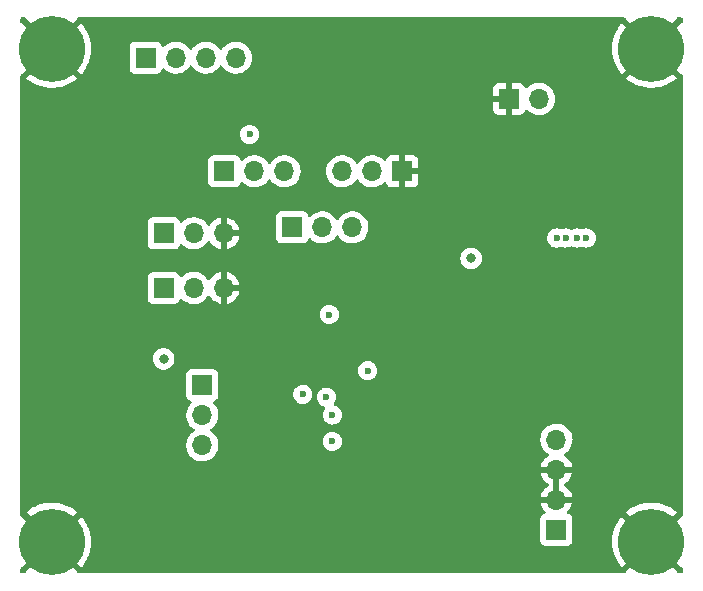
<source format=gbr>
%TF.GenerationSoftware,KiCad,Pcbnew,(6.0.7)*%
%TF.CreationDate,2022-09-01T00:20:10+02:00*%
%TF.ProjectId,ES9033_prototype,45533930-3333-45f7-9072-6f746f747970,rev?*%
%TF.SameCoordinates,Original*%
%TF.FileFunction,Copper,L3,Inr*%
%TF.FilePolarity,Positive*%
%FSLAX46Y46*%
G04 Gerber Fmt 4.6, Leading zero omitted, Abs format (unit mm)*
G04 Created by KiCad (PCBNEW (6.0.7)) date 2022-09-01 00:20:10*
%MOMM*%
%LPD*%
G01*
G04 APERTURE LIST*
%TA.AperFunction,ComponentPad*%
%ADD10R,1.700000X1.700000*%
%TD*%
%TA.AperFunction,ComponentPad*%
%ADD11O,1.700000X1.700000*%
%TD*%
%TA.AperFunction,ComponentPad*%
%ADD12C,5.600000*%
%TD*%
%TA.AperFunction,ViaPad*%
%ADD13C,0.800000*%
%TD*%
%TA.AperFunction,ViaPad*%
%ADD14C,0.600000*%
%TD*%
G04 APERTURE END LIST*
D10*
%TO.N,Net-(JP203-Pad1)*%
%TO.C,JP203*%
X50000000Y-71975000D03*
D11*
%TO.N,/DAC/MODE*%
X50000000Y-74515000D03*
%TO.N,Net-(JP203-Pad3)*%
X50000000Y-77055000D03*
%TD*%
D10*
%TO.N,+3V3*%
%TO.C,JP202*%
X46725000Y-63750000D03*
D11*
%TO.N,/DAC/HW0*%
X49265000Y-63750000D03*
%TO.N,GND*%
X51805000Y-63750000D03*
%TD*%
D10*
%TO.N,GND*%
%TO.C,JP206*%
X66920000Y-53870000D03*
D11*
%TO.N,Net-(JP205-Pad3)*%
X64380000Y-53870000D03*
%TO.N,Net-(JP206-Pad3)*%
X61840000Y-53870000D03*
%TD*%
D10*
%TO.N,/DAC/DAC_OUT1*%
%TO.C,J103*%
X79975000Y-84212500D03*
D11*
%TO.N,GND*%
X79975000Y-81672500D03*
X79975000Y-79132500D03*
%TO.N,/DAC/DAC_OUT2*%
X79975000Y-76592500D03*
%TD*%
D10*
%TO.N,+3V3*%
%TO.C,JP204*%
X51870000Y-53870000D03*
D11*
%TO.N,Net-(JP204-Pad2)*%
X54410000Y-53870000D03*
%TO.N,Net-(JP204-Pad3)*%
X56950000Y-53870000D03*
%TD*%
D12*
%TO.N,GND*%
%TO.C,H101*%
X37250000Y-85250000D03*
%TD*%
%TO.N,GND*%
%TO.C,H103*%
X37250000Y-43500000D03*
%TD*%
D10*
%TO.N,Net-(JP204-Pad2)*%
%TO.C,JP205*%
X57620000Y-58620000D03*
D11*
%TO.N,/DAC/HW2*%
X60160000Y-58620000D03*
%TO.N,Net-(JP205-Pad3)*%
X62700000Y-58620000D03*
%TD*%
D12*
%TO.N,GND*%
%TO.C,H102*%
X88000000Y-43500000D03*
%TD*%
D10*
%TO.N,+3V3*%
%TO.C,JP201*%
X46725000Y-59120000D03*
D11*
%TO.N,/DAC/HW1*%
X49265000Y-59120000D03*
%TO.N,GND*%
X51805000Y-59120000D03*
%TD*%
D10*
%TO.N,/DAC/SDA*%
%TO.C,J102*%
X45210000Y-44250000D03*
D11*
%TO.N,/DAC/SCL*%
X47750000Y-44250000D03*
%TO.N,/DAC/ADDR0*%
X50290000Y-44250000D03*
%TO.N,/DAC/ADDR1*%
X52830000Y-44250000D03*
%TD*%
D12*
%TO.N,GND*%
%TO.C,H104*%
X88000000Y-85250000D03*
%TD*%
D10*
%TO.N,GND*%
%TO.C,J101*%
X75960000Y-47750000D03*
D11*
%TO.N,+5V*%
X78500000Y-47750000D03*
%TD*%
D13*
%TO.N,+3V3*%
X72750000Y-61250000D03*
X46725000Y-69750000D03*
%TO.N,GND*%
X45250000Y-75750000D03*
X61500000Y-70750000D03*
D14*
X67850000Y-80600000D03*
X79250000Y-58025000D03*
X80500000Y-57750000D03*
X78250000Y-58025000D03*
X87250000Y-68775000D03*
X67100000Y-79850000D03*
X57250000Y-74500000D03*
X85750000Y-62000000D03*
X87250000Y-59025000D03*
X77750000Y-68775000D03*
X77500000Y-58025000D03*
X68250000Y-76500000D03*
X85500000Y-67275000D03*
X54500000Y-73250000D03*
X87250000Y-67275000D03*
X68750000Y-71750000D03*
X78250000Y-57275000D03*
X74250000Y-68775000D03*
X84000000Y-68775000D03*
D13*
X61500000Y-69600000D03*
D14*
X73750000Y-64500000D03*
X64750000Y-50750000D03*
X87250000Y-55775000D03*
X74250000Y-70525000D03*
X87250000Y-65525000D03*
X77750000Y-70525000D03*
X85500000Y-68775000D03*
X85500000Y-59025000D03*
X87250000Y-62025000D03*
X68600000Y-81350000D03*
X87250000Y-64025000D03*
X79250000Y-57275000D03*
X72250000Y-52250000D03*
X72500000Y-50000000D03*
X80000000Y-55500000D03*
X69750000Y-78000000D03*
X67500000Y-75750000D03*
X85500000Y-55775000D03*
X87250000Y-52275000D03*
X57250000Y-76750000D03*
X82500000Y-70525000D03*
X66000000Y-74250000D03*
X85500000Y-60525000D03*
X74000000Y-52250000D03*
D13*
X60400000Y-68500000D03*
D14*
X87250000Y-50775000D03*
D13*
X59250000Y-70750000D03*
D14*
X73750000Y-66250000D03*
D13*
X60380000Y-69620000D03*
D14*
X85500000Y-57275000D03*
X85500000Y-70275000D03*
X76000000Y-70525000D03*
X80750000Y-70525000D03*
X74000000Y-50000000D03*
X87250000Y-53775000D03*
X75500000Y-64500000D03*
X68500000Y-69250000D03*
X76750000Y-58025000D03*
X82500000Y-53525000D03*
X72250000Y-54000000D03*
X64850000Y-77600000D03*
X65600000Y-78350000D03*
X62500000Y-75250000D03*
X85500000Y-50775000D03*
X80750000Y-68775000D03*
X85500000Y-52275000D03*
X68500000Y-66750000D03*
X65250000Y-73500000D03*
X66750000Y-75000000D03*
X69000000Y-77250000D03*
X76000000Y-68775000D03*
D13*
X61500000Y-68500000D03*
D14*
X86000000Y-64000000D03*
X63350000Y-76100000D03*
X85500000Y-49025000D03*
X75500000Y-66250000D03*
X85750000Y-65750000D03*
X77500000Y-57275000D03*
X76750000Y-57275000D03*
X82500000Y-68775000D03*
X85500000Y-53775000D03*
X80000000Y-56750000D03*
X66350000Y-79100000D03*
X79250000Y-68775000D03*
X73000000Y-55500000D03*
D13*
X59300000Y-69700000D03*
X59250000Y-68500000D03*
D14*
X64500000Y-72750000D03*
X87250000Y-60525000D03*
X68500000Y-64000000D03*
X84000000Y-70525000D03*
X59250000Y-63500000D03*
X87250000Y-57275000D03*
X64150000Y-76900000D03*
D13*
X60400000Y-70800000D03*
D14*
X79250000Y-70525000D03*
%TO.N,+3V3*%
X81750000Y-59525000D03*
X61000000Y-76750000D03*
X80000000Y-59525000D03*
X60750000Y-66000000D03*
X61000000Y-74500000D03*
X58500000Y-72750000D03*
X82500000Y-59525000D03*
X54000000Y-50750000D03*
X60500000Y-73000000D03*
X64000000Y-70750000D03*
X80750000Y-59525000D03*
%TD*%
%TA.AperFunction,Conductor*%
%TO.N,GND*%
G36*
X35040819Y-40853502D02*
G01*
X35087312Y-40907158D01*
X35098588Y-40954242D01*
X35099985Y-40987704D01*
X35105037Y-40995826D01*
X37237190Y-43127980D01*
X37251131Y-43135592D01*
X37252966Y-43135461D01*
X37259580Y-43131210D01*
X39392798Y-40997991D01*
X39400413Y-40984046D01*
X39399300Y-40968488D01*
X39414392Y-40899114D01*
X39464594Y-40848912D01*
X39524979Y-40833500D01*
X85722698Y-40833500D01*
X85790819Y-40853502D01*
X85837312Y-40907158D01*
X85848588Y-40954242D01*
X85849985Y-40987704D01*
X85855037Y-40995826D01*
X87987190Y-43127980D01*
X88001131Y-43135592D01*
X88002966Y-43135461D01*
X88009580Y-43131210D01*
X90142798Y-40997991D01*
X90150413Y-40984046D01*
X90149300Y-40968488D01*
X90164392Y-40899114D01*
X90214594Y-40848912D01*
X90274979Y-40833500D01*
X90540500Y-40833500D01*
X90608621Y-40853502D01*
X90655114Y-40907158D01*
X90666500Y-40959500D01*
X90666500Y-41226765D01*
X90646498Y-41294886D01*
X90592842Y-41341379D01*
X90539159Y-41352758D01*
X90511222Y-41352461D01*
X90500416Y-41358795D01*
X88372020Y-43487190D01*
X88364408Y-43501131D01*
X88364539Y-43502966D01*
X88368790Y-43509580D01*
X90499009Y-45639798D01*
X90512953Y-45647412D01*
X90531511Y-45646085D01*
X90600885Y-45661176D01*
X90651087Y-45711378D01*
X90666500Y-45771764D01*
X90666500Y-82976765D01*
X90646498Y-83044886D01*
X90592842Y-83091379D01*
X90539159Y-83102758D01*
X90511222Y-83102461D01*
X90500416Y-83108795D01*
X88372020Y-85237190D01*
X88364408Y-85251131D01*
X88364539Y-85252966D01*
X88368790Y-85259580D01*
X90499009Y-87389798D01*
X90512953Y-87397412D01*
X90531511Y-87396085D01*
X90600885Y-87411176D01*
X90651087Y-87461378D01*
X90666500Y-87521764D01*
X90666500Y-87790500D01*
X90646498Y-87858621D01*
X90592842Y-87905114D01*
X90540500Y-87916500D01*
X90276837Y-87916500D01*
X90208716Y-87896498D01*
X90162223Y-87842842D01*
X90150929Y-87795319D01*
X90149655Y-87762024D01*
X90144512Y-87753723D01*
X88012810Y-85622020D01*
X87998869Y-85614408D01*
X87997034Y-85614539D01*
X87990420Y-85618790D01*
X85856774Y-87752437D01*
X85849160Y-87766381D01*
X85850242Y-87781510D01*
X85835151Y-87850884D01*
X85784949Y-87901087D01*
X85724563Y-87916500D01*
X39526837Y-87916500D01*
X39458716Y-87896498D01*
X39412223Y-87842842D01*
X39400929Y-87795319D01*
X39399655Y-87762024D01*
X39394512Y-87753723D01*
X37262810Y-85622020D01*
X37248869Y-85614408D01*
X37247034Y-85614539D01*
X37240420Y-85618790D01*
X35106774Y-87752437D01*
X35099160Y-87766381D01*
X35100242Y-87781510D01*
X35085151Y-87850884D01*
X35034949Y-87901087D01*
X34974563Y-87916500D01*
X34709500Y-87916500D01*
X34641379Y-87896498D01*
X34594886Y-87842842D01*
X34583500Y-87790500D01*
X34583500Y-87523198D01*
X34603502Y-87455077D01*
X34657158Y-87408584D01*
X34711279Y-87397211D01*
X34738619Y-87397597D01*
X34749608Y-87391181D01*
X36877980Y-85262810D01*
X36884357Y-85251131D01*
X37614408Y-85251131D01*
X37614539Y-85252966D01*
X37618790Y-85259580D01*
X39749009Y-87389798D01*
X39762605Y-87397223D01*
X39772218Y-87390522D01*
X39872518Y-87273912D01*
X39876676Y-87268514D01*
X40075762Y-86978840D01*
X40079310Y-86973029D01*
X40245942Y-86663559D01*
X40248849Y-86657381D01*
X40381090Y-86331713D01*
X40383304Y-86325283D01*
X40479598Y-85987237D01*
X40481105Y-85980607D01*
X40540332Y-85634118D01*
X40541112Y-85627378D01*
X40562668Y-85274925D01*
X40562784Y-85271323D01*
X40562853Y-85251819D01*
X40562761Y-85248194D01*
X40555311Y-85110634D01*
X78616500Y-85110634D01*
X78623255Y-85172816D01*
X78674385Y-85309205D01*
X78761739Y-85425761D01*
X78878295Y-85513115D01*
X79014684Y-85564245D01*
X79076866Y-85571000D01*
X80873134Y-85571000D01*
X80935316Y-85564245D01*
X81071705Y-85513115D01*
X81188261Y-85425761D01*
X81275615Y-85309205D01*
X81300872Y-85241832D01*
X84687333Y-85241832D01*
X84705117Y-85592893D01*
X84705827Y-85599649D01*
X84761420Y-85946723D01*
X84762859Y-85953378D01*
X84855608Y-86292410D01*
X84857757Y-86298871D01*
X84986581Y-86625912D01*
X84989412Y-86632095D01*
X85152803Y-86943310D01*
X85156286Y-86949152D01*
X85352330Y-87240896D01*
X85356433Y-87246340D01*
X85476425Y-87388836D01*
X85489164Y-87397279D01*
X85499608Y-87391181D01*
X87627980Y-85262810D01*
X87635592Y-85248869D01*
X87635461Y-85247034D01*
X87631210Y-85240420D01*
X85500992Y-83110203D01*
X85487455Y-83102811D01*
X85477753Y-83109599D01*
X85370430Y-83235257D01*
X85366296Y-83240664D01*
X85168215Y-83531041D01*
X85164697Y-83536851D01*
X84999134Y-83846922D01*
X84996259Y-83853087D01*
X84865155Y-84179218D01*
X84862962Y-84185658D01*
X84767846Y-84524044D01*
X84766363Y-84530679D01*
X84708350Y-84877354D01*
X84707591Y-84884126D01*
X84687357Y-85235037D01*
X84687333Y-85241832D01*
X81300872Y-85241832D01*
X81326745Y-85172816D01*
X81333500Y-85110634D01*
X81333500Y-83314366D01*
X81326745Y-83252184D01*
X81275615Y-83115795D01*
X81188261Y-82999239D01*
X81071705Y-82911885D01*
X80952687Y-82867267D01*
X80895923Y-82824625D01*
X80871223Y-82758064D01*
X80875872Y-82736862D01*
X85849950Y-82736862D01*
X85849986Y-82737704D01*
X85855037Y-82745826D01*
X87987190Y-84877980D01*
X88001131Y-84885592D01*
X88002966Y-84885461D01*
X88009580Y-84881210D01*
X90142798Y-82747991D01*
X90150412Y-82734047D01*
X90150344Y-82733089D01*
X90145836Y-82726272D01*
X90144418Y-82725065D01*
X89864813Y-82512064D01*
X89859187Y-82508240D01*
X89558214Y-82326681D01*
X89552202Y-82323484D01*
X89233370Y-82175487D01*
X89227070Y-82172967D01*
X88894129Y-82060273D01*
X88887551Y-82058437D01*
X88544417Y-81982367D01*
X88537678Y-81981251D01*
X88188310Y-81942680D01*
X88181529Y-81942301D01*
X87830015Y-81941687D01*
X87823242Y-81942042D01*
X87473720Y-81979395D01*
X87467010Y-81980482D01*
X87123586Y-82055361D01*
X87117011Y-82057172D01*
X86783683Y-82168702D01*
X86777361Y-82171205D01*
X86458034Y-82318079D01*
X86451991Y-82321265D01*
X86150401Y-82501763D01*
X86144755Y-82505571D01*
X85864408Y-82717596D01*
X85859211Y-82721987D01*
X85857972Y-82723155D01*
X85849950Y-82736862D01*
X80875872Y-82736862D01*
X80886430Y-82688715D01*
X80907977Y-82660035D01*
X81009052Y-82559312D01*
X81015730Y-82551465D01*
X81140003Y-82378520D01*
X81145313Y-82369683D01*
X81239670Y-82178767D01*
X81243469Y-82169172D01*
X81305377Y-81965410D01*
X81307555Y-81955337D01*
X81308986Y-81944462D01*
X81306775Y-81930278D01*
X81293617Y-81926500D01*
X78658225Y-81926500D01*
X78644694Y-81930473D01*
X78643257Y-81940466D01*
X78673565Y-82074946D01*
X78676645Y-82084775D01*
X78756770Y-82282103D01*
X78761413Y-82291294D01*
X78872694Y-82472888D01*
X78878777Y-82481199D01*
X79018213Y-82642167D01*
X79025577Y-82649379D01*
X79030522Y-82653485D01*
X79070156Y-82712389D01*
X79071653Y-82783370D01*
X79034537Y-82843892D01*
X78994264Y-82868410D01*
X78886705Y-82908732D01*
X78886704Y-82908733D01*
X78878295Y-82911885D01*
X78761739Y-82999239D01*
X78674385Y-83115795D01*
X78623255Y-83252184D01*
X78616500Y-83314366D01*
X78616500Y-85110634D01*
X40555311Y-85110634D01*
X40543666Y-84895615D01*
X40542931Y-84888849D01*
X40486130Y-84541985D01*
X40484663Y-84535313D01*
X40390736Y-84196627D01*
X40388562Y-84190163D01*
X40258598Y-83863578D01*
X40255742Y-83857398D01*
X40091269Y-83546763D01*
X40087769Y-83540937D01*
X39890697Y-83249862D01*
X39886590Y-83244453D01*
X39773565Y-83111179D01*
X39760740Y-83102743D01*
X39750416Y-83108795D01*
X37622020Y-85237190D01*
X37614408Y-85251131D01*
X36884357Y-85251131D01*
X36885592Y-85248869D01*
X36885461Y-85247034D01*
X36881210Y-85240420D01*
X34750992Y-83110203D01*
X34737048Y-83102589D01*
X34718489Y-83103916D01*
X34649115Y-83088825D01*
X34598913Y-83038623D01*
X34583500Y-82978237D01*
X34583500Y-82736862D01*
X35099950Y-82736862D01*
X35099986Y-82737704D01*
X35105037Y-82745826D01*
X37237190Y-84877980D01*
X37251131Y-84885592D01*
X37252966Y-84885461D01*
X37259580Y-84881210D01*
X39392798Y-82747991D01*
X39400412Y-82734047D01*
X39400344Y-82733089D01*
X39395836Y-82726272D01*
X39394418Y-82725065D01*
X39114813Y-82512064D01*
X39109187Y-82508240D01*
X38808214Y-82326681D01*
X38802202Y-82323484D01*
X38483370Y-82175487D01*
X38477070Y-82172967D01*
X38144129Y-82060273D01*
X38137551Y-82058437D01*
X37794417Y-81982367D01*
X37787678Y-81981251D01*
X37438310Y-81942680D01*
X37431529Y-81942301D01*
X37080015Y-81941687D01*
X37073242Y-81942042D01*
X36723720Y-81979395D01*
X36717010Y-81980482D01*
X36373586Y-82055361D01*
X36367011Y-82057172D01*
X36033683Y-82168702D01*
X36027361Y-82171205D01*
X35708034Y-82318079D01*
X35701991Y-82321265D01*
X35400401Y-82501763D01*
X35394755Y-82505571D01*
X35114408Y-82717596D01*
X35109211Y-82721987D01*
X35107972Y-82723155D01*
X35099950Y-82736862D01*
X34583500Y-82736862D01*
X34583500Y-81406683D01*
X78639389Y-81406683D01*
X78640912Y-81415107D01*
X78653292Y-81418500D01*
X79702885Y-81418500D01*
X79718124Y-81414025D01*
X79719329Y-81412635D01*
X79721000Y-81404952D01*
X79721000Y-81400385D01*
X80229000Y-81400385D01*
X80233475Y-81415624D01*
X80234865Y-81416829D01*
X80242548Y-81418500D01*
X81293344Y-81418500D01*
X81306875Y-81414527D01*
X81308180Y-81405447D01*
X81266214Y-81238375D01*
X81262894Y-81228624D01*
X81177972Y-81033314D01*
X81173105Y-81024239D01*
X81057426Y-80845426D01*
X81051136Y-80837257D01*
X80907806Y-80679740D01*
X80900273Y-80672715D01*
X80733139Y-80540722D01*
X80724552Y-80535017D01*
X80687116Y-80514351D01*
X80637146Y-80463919D01*
X80622374Y-80394476D01*
X80647490Y-80328071D01*
X80674842Y-80301464D01*
X80850327Y-80176292D01*
X80858200Y-80169639D01*
X81009052Y-80019312D01*
X81015730Y-80011465D01*
X81140003Y-79838520D01*
X81145313Y-79829683D01*
X81239670Y-79638767D01*
X81243469Y-79629172D01*
X81305377Y-79425410D01*
X81307555Y-79415337D01*
X81308986Y-79404462D01*
X81306775Y-79390278D01*
X81293617Y-79386500D01*
X80247115Y-79386500D01*
X80231876Y-79390975D01*
X80230671Y-79392365D01*
X80229000Y-79400048D01*
X80229000Y-81400385D01*
X79721000Y-81400385D01*
X79721000Y-79404615D01*
X79716525Y-79389376D01*
X79715135Y-79388171D01*
X79707452Y-79386500D01*
X78658225Y-79386500D01*
X78644694Y-79390473D01*
X78643257Y-79400466D01*
X78673565Y-79534946D01*
X78676645Y-79544775D01*
X78756770Y-79742103D01*
X78761413Y-79751294D01*
X78872694Y-79932888D01*
X78878777Y-79941199D01*
X79018213Y-80102167D01*
X79025580Y-80109383D01*
X79189434Y-80245416D01*
X79197881Y-80251331D01*
X79267479Y-80292001D01*
X79316203Y-80343640D01*
X79329274Y-80413423D01*
X79302543Y-80479194D01*
X79262087Y-80512553D01*
X79253462Y-80517042D01*
X79244738Y-80522536D01*
X79074433Y-80650405D01*
X79066726Y-80657248D01*
X78919590Y-80811217D01*
X78913104Y-80819227D01*
X78793098Y-80995149D01*
X78788000Y-81004123D01*
X78698338Y-81197283D01*
X78694775Y-81206970D01*
X78639389Y-81406683D01*
X34583500Y-81406683D01*
X34583500Y-77021695D01*
X48637251Y-77021695D01*
X48637548Y-77026848D01*
X48637548Y-77026851D01*
X48643011Y-77121590D01*
X48650110Y-77244715D01*
X48651247Y-77249761D01*
X48651248Y-77249767D01*
X48671119Y-77337939D01*
X48699222Y-77462639D01*
X48737461Y-77556811D01*
X48769889Y-77636671D01*
X48783266Y-77669616D01*
X48899987Y-77860088D01*
X49046250Y-78028938D01*
X49218126Y-78171632D01*
X49411000Y-78284338D01*
X49619692Y-78364030D01*
X49624760Y-78365061D01*
X49624763Y-78365062D01*
X49732017Y-78386883D01*
X49838597Y-78408567D01*
X49843772Y-78408757D01*
X49843774Y-78408757D01*
X50056673Y-78416564D01*
X50056677Y-78416564D01*
X50061837Y-78416753D01*
X50066957Y-78416097D01*
X50066959Y-78416097D01*
X50278288Y-78389025D01*
X50278289Y-78389025D01*
X50283416Y-78388368D01*
X50288366Y-78386883D01*
X50492429Y-78325661D01*
X50492434Y-78325659D01*
X50497384Y-78324174D01*
X50697994Y-78225896D01*
X50879860Y-78096173D01*
X51038096Y-77938489D01*
X51097594Y-77855689D01*
X51165435Y-77761277D01*
X51168453Y-77757077D01*
X51267430Y-77556811D01*
X51299900Y-77449940D01*
X51330865Y-77348023D01*
X51330865Y-77348021D01*
X51332370Y-77343069D01*
X51361529Y-77121590D01*
X51363156Y-77055000D01*
X51344852Y-76832361D01*
X51321311Y-76738640D01*
X60186463Y-76738640D01*
X60204163Y-76919160D01*
X60261418Y-77091273D01*
X60265065Y-77097295D01*
X60265066Y-77097297D01*
X60334242Y-77211520D01*
X60355380Y-77246424D01*
X60481382Y-77376902D01*
X60519242Y-77401677D01*
X60619716Y-77467425D01*
X60633159Y-77476222D01*
X60639763Y-77478678D01*
X60639765Y-77478679D01*
X60796558Y-77536990D01*
X60796560Y-77536990D01*
X60803168Y-77539448D01*
X60886995Y-77550633D01*
X60975980Y-77562507D01*
X60975984Y-77562507D01*
X60982961Y-77563438D01*
X60989972Y-77562800D01*
X60989976Y-77562800D01*
X61132459Y-77549832D01*
X61163600Y-77546998D01*
X61170302Y-77544820D01*
X61170304Y-77544820D01*
X61329409Y-77493124D01*
X61329412Y-77493123D01*
X61336108Y-77490947D01*
X61491912Y-77398069D01*
X61623266Y-77272982D01*
X61723643Y-77121902D01*
X61788055Y-76952338D01*
X61789035Y-76945366D01*
X61812748Y-76776639D01*
X61812748Y-76776636D01*
X61813299Y-76772717D01*
X61813616Y-76750000D01*
X61793397Y-76569745D01*
X61789723Y-76559195D01*
X78612251Y-76559195D01*
X78612548Y-76564348D01*
X78612548Y-76564351D01*
X78623481Y-76753962D01*
X78625110Y-76782215D01*
X78626247Y-76787261D01*
X78626248Y-76787267D01*
X78635280Y-76827342D01*
X78674222Y-77000139D01*
X78758266Y-77207116D01*
X78785457Y-77251488D01*
X78862311Y-77376902D01*
X78874987Y-77397588D01*
X79021250Y-77566438D01*
X79193126Y-77709132D01*
X79266955Y-77752274D01*
X79315679Y-77803912D01*
X79328750Y-77873695D01*
X79302019Y-77939467D01*
X79261562Y-77972827D01*
X79253457Y-77977046D01*
X79244738Y-77982536D01*
X79074433Y-78110405D01*
X79066726Y-78117248D01*
X78919590Y-78271217D01*
X78913104Y-78279227D01*
X78793098Y-78455149D01*
X78788000Y-78464123D01*
X78698338Y-78657283D01*
X78694775Y-78666970D01*
X78639389Y-78866683D01*
X78640912Y-78875107D01*
X78653292Y-78878500D01*
X81293344Y-78878500D01*
X81306875Y-78874527D01*
X81308180Y-78865447D01*
X81266214Y-78698375D01*
X81262894Y-78688624D01*
X81177972Y-78493314D01*
X81173105Y-78484239D01*
X81057426Y-78305426D01*
X81051136Y-78297257D01*
X80907806Y-78139740D01*
X80900273Y-78132715D01*
X80733139Y-78000722D01*
X80724556Y-77995020D01*
X80687602Y-77974620D01*
X80637631Y-77924187D01*
X80622859Y-77854745D01*
X80647975Y-77788339D01*
X80675327Y-77761732D01*
X80698797Y-77744991D01*
X80854860Y-77633673D01*
X81013096Y-77475989D01*
X81072594Y-77393189D01*
X81140435Y-77298777D01*
X81143453Y-77294577D01*
X81151725Y-77277841D01*
X81240136Y-77098953D01*
X81240137Y-77098951D01*
X81242430Y-77094311D01*
X81307370Y-76880569D01*
X81336529Y-76659090D01*
X81336611Y-76655740D01*
X81338074Y-76595865D01*
X81338074Y-76595861D01*
X81338156Y-76592500D01*
X81319852Y-76369861D01*
X81265431Y-76153202D01*
X81176354Y-75948340D01*
X81110383Y-75846364D01*
X81057822Y-75765117D01*
X81057820Y-75765114D01*
X81055014Y-75760777D01*
X80904670Y-75595551D01*
X80900619Y-75592352D01*
X80900615Y-75592348D01*
X80733414Y-75460300D01*
X80733410Y-75460298D01*
X80729359Y-75457098D01*
X80533789Y-75349138D01*
X80528920Y-75347414D01*
X80528916Y-75347412D01*
X80328087Y-75276295D01*
X80328083Y-75276294D01*
X80323212Y-75274569D01*
X80318119Y-75273662D01*
X80318116Y-75273661D01*
X80108373Y-75236300D01*
X80108367Y-75236299D01*
X80103284Y-75235394D01*
X80029452Y-75234492D01*
X79885081Y-75232728D01*
X79885079Y-75232728D01*
X79879911Y-75232665D01*
X79659091Y-75266455D01*
X79446756Y-75335857D01*
X79416443Y-75351637D01*
X79319434Y-75402137D01*
X79248607Y-75439007D01*
X79244474Y-75442110D01*
X79244471Y-75442112D01*
X79092556Y-75556173D01*
X79069965Y-75573135D01*
X79066393Y-75576873D01*
X78938681Y-75710516D01*
X78915629Y-75734638D01*
X78912715Y-75738910D01*
X78912714Y-75738911D01*
X78873841Y-75795897D01*
X78789743Y-75919180D01*
X78774003Y-75953090D01*
X78698421Y-76115918D01*
X78695688Y-76121805D01*
X78635989Y-76337070D01*
X78612251Y-76559195D01*
X61789723Y-76559195D01*
X61736064Y-76405106D01*
X61736062Y-76405103D01*
X61733745Y-76398448D01*
X61723267Y-76381680D01*
X61641359Y-76250598D01*
X61637626Y-76244624D01*
X61623941Y-76230843D01*
X61514778Y-76120915D01*
X61514774Y-76120912D01*
X61509815Y-76115918D01*
X61498697Y-76108862D01*
X61450538Y-76078300D01*
X61356666Y-76018727D01*
X61327463Y-76008328D01*
X61192425Y-75960243D01*
X61192420Y-75960242D01*
X61185790Y-75957881D01*
X61178802Y-75957048D01*
X61178799Y-75957047D01*
X61055698Y-75942368D01*
X61005680Y-75936404D01*
X60998677Y-75937140D01*
X60998676Y-75937140D01*
X60832288Y-75954628D01*
X60832286Y-75954629D01*
X60825288Y-75955364D01*
X60653579Y-76013818D01*
X60618116Y-76035635D01*
X60505095Y-76105166D01*
X60505092Y-76105168D01*
X60499088Y-76108862D01*
X60494053Y-76113793D01*
X60494050Y-76113795D01*
X60374525Y-76230843D01*
X60369493Y-76235771D01*
X60271235Y-76388238D01*
X60268826Y-76394858D01*
X60268824Y-76394861D01*
X60211606Y-76552066D01*
X60209197Y-76558685D01*
X60186463Y-76738640D01*
X51321311Y-76738640D01*
X51290431Y-76615702D01*
X51201354Y-76410840D01*
X51091928Y-76241693D01*
X51082822Y-76227617D01*
X51082820Y-76227614D01*
X51080014Y-76223277D01*
X50929670Y-76058051D01*
X50925619Y-76054852D01*
X50925615Y-76054848D01*
X50758414Y-75922800D01*
X50758410Y-75922798D01*
X50754359Y-75919598D01*
X50713053Y-75896796D01*
X50663084Y-75846364D01*
X50648312Y-75776921D01*
X50673428Y-75710516D01*
X50700780Y-75683909D01*
X50744603Y-75652650D01*
X50879860Y-75556173D01*
X51038096Y-75398489D01*
X51071763Y-75351637D01*
X51165435Y-75221277D01*
X51168453Y-75217077D01*
X51200776Y-75151677D01*
X51265136Y-75021453D01*
X51265137Y-75021451D01*
X51267430Y-75016811D01*
X51311457Y-74871902D01*
X51330865Y-74808023D01*
X51330865Y-74808021D01*
X51332370Y-74803069D01*
X51361529Y-74581590D01*
X51362872Y-74526639D01*
X51363074Y-74518365D01*
X51363074Y-74518361D01*
X51363156Y-74515000D01*
X51344852Y-74292361D01*
X51290431Y-74075702D01*
X51201354Y-73870840D01*
X51109386Y-73728679D01*
X51082822Y-73687617D01*
X51082820Y-73687614D01*
X51080014Y-73683277D01*
X51076532Y-73679450D01*
X50932798Y-73521488D01*
X50901746Y-73457642D01*
X50910141Y-73387143D01*
X50955317Y-73332375D01*
X50981761Y-73318706D01*
X51088297Y-73278767D01*
X51096705Y-73275615D01*
X51213261Y-73188261D01*
X51300615Y-73071705D01*
X51351745Y-72935316D01*
X51358500Y-72873134D01*
X51358500Y-72738640D01*
X57686463Y-72738640D01*
X57704163Y-72919160D01*
X57761418Y-73091273D01*
X57765065Y-73097295D01*
X57765066Y-73097297D01*
X57828681Y-73202338D01*
X57855380Y-73246424D01*
X57860269Y-73251487D01*
X57860270Y-73251488D01*
X57885719Y-73277841D01*
X57981382Y-73376902D01*
X58133159Y-73476222D01*
X58139763Y-73478678D01*
X58139765Y-73478679D01*
X58296558Y-73536990D01*
X58296560Y-73536990D01*
X58303168Y-73539448D01*
X58386995Y-73550633D01*
X58475980Y-73562507D01*
X58475984Y-73562507D01*
X58482961Y-73563438D01*
X58489972Y-73562800D01*
X58489976Y-73562800D01*
X58632459Y-73549832D01*
X58663600Y-73546998D01*
X58670302Y-73544820D01*
X58670304Y-73544820D01*
X58829409Y-73493124D01*
X58829412Y-73493123D01*
X58836108Y-73490947D01*
X58991912Y-73398069D01*
X59123266Y-73272982D01*
X59223643Y-73121902D01*
X59274265Y-72988640D01*
X59686463Y-72988640D01*
X59704163Y-73169160D01*
X59761418Y-73341273D01*
X59765065Y-73347295D01*
X59765066Y-73347297D01*
X59849879Y-73487340D01*
X59855380Y-73496424D01*
X59860269Y-73501487D01*
X59860270Y-73501488D01*
X59888937Y-73531173D01*
X59981382Y-73626902D01*
X60133159Y-73726222D01*
X60139763Y-73728678D01*
X60139765Y-73728679D01*
X60296558Y-73786990D01*
X60296560Y-73786990D01*
X60302115Y-73789056D01*
X60302116Y-73789057D01*
X60303168Y-73789448D01*
X60303099Y-73789633D01*
X60361349Y-73823760D01*
X60393479Y-73887070D01*
X60386281Y-73957701D01*
X60369798Y-73985473D01*
X60369493Y-73985771D01*
X60365679Y-73991690D01*
X60365676Y-73991693D01*
X60275054Y-74132312D01*
X60271235Y-74138238D01*
X60268826Y-74144858D01*
X60268824Y-74144861D01*
X60225204Y-74264707D01*
X60209197Y-74308685D01*
X60186463Y-74488640D01*
X60204163Y-74669160D01*
X60261418Y-74841273D01*
X60265065Y-74847295D01*
X60265066Y-74847297D01*
X60310695Y-74922639D01*
X60355380Y-74996424D01*
X60360269Y-75001487D01*
X60360270Y-75001488D01*
X60375357Y-75017111D01*
X60481382Y-75126902D01*
X60633159Y-75226222D01*
X60639763Y-75228678D01*
X60639765Y-75228679D01*
X60796558Y-75286990D01*
X60796560Y-75286990D01*
X60803168Y-75289448D01*
X60886995Y-75300633D01*
X60975980Y-75312507D01*
X60975984Y-75312507D01*
X60982961Y-75313438D01*
X60989972Y-75312800D01*
X60989976Y-75312800D01*
X61132459Y-75299832D01*
X61163600Y-75296998D01*
X61170302Y-75294820D01*
X61170304Y-75294820D01*
X61329409Y-75243124D01*
X61329412Y-75243123D01*
X61336108Y-75240947D01*
X61491912Y-75148069D01*
X61623266Y-75022982D01*
X61723643Y-74871902D01*
X61788055Y-74702338D01*
X61789035Y-74695366D01*
X61812748Y-74526639D01*
X61812748Y-74526636D01*
X61813299Y-74522717D01*
X61813616Y-74500000D01*
X61793397Y-74319745D01*
X61791080Y-74313091D01*
X61736064Y-74155106D01*
X61736062Y-74155103D01*
X61733745Y-74148448D01*
X61637626Y-73994624D01*
X61600960Y-73957701D01*
X61514778Y-73870915D01*
X61514774Y-73870912D01*
X61509815Y-73865918D01*
X61498697Y-73858862D01*
X61411978Y-73803829D01*
X61356666Y-73768727D01*
X61187812Y-73708601D01*
X61130348Y-73666907D01*
X61104548Y-73600764D01*
X61118603Y-73531173D01*
X61125131Y-73520175D01*
X61185881Y-73428738D01*
X61223643Y-73371902D01*
X61265423Y-73261917D01*
X61285555Y-73208920D01*
X61285556Y-73208918D01*
X61288055Y-73202338D01*
X61289277Y-73193642D01*
X61312748Y-73026639D01*
X61312748Y-73026636D01*
X61313299Y-73022717D01*
X61313616Y-73000000D01*
X61293397Y-72819745D01*
X61291080Y-72813091D01*
X61236064Y-72655106D01*
X61236062Y-72655103D01*
X61233745Y-72648448D01*
X61137626Y-72494624D01*
X61123941Y-72480843D01*
X61014778Y-72370915D01*
X61014774Y-72370912D01*
X61009815Y-72365918D01*
X60998697Y-72358862D01*
X60950538Y-72328300D01*
X60856666Y-72268727D01*
X60788977Y-72244624D01*
X60692425Y-72210243D01*
X60692420Y-72210242D01*
X60685790Y-72207881D01*
X60678802Y-72207048D01*
X60678799Y-72207047D01*
X60555698Y-72192368D01*
X60505680Y-72186404D01*
X60498677Y-72187140D01*
X60498676Y-72187140D01*
X60332288Y-72204628D01*
X60332286Y-72204629D01*
X60325288Y-72205364D01*
X60153579Y-72263818D01*
X60147575Y-72267512D01*
X60005095Y-72355166D01*
X60005092Y-72355168D01*
X59999088Y-72358862D01*
X59994053Y-72363793D01*
X59994050Y-72363795D01*
X59962327Y-72394861D01*
X59869493Y-72485771D01*
X59771235Y-72638238D01*
X59768826Y-72644858D01*
X59768824Y-72644861D01*
X59722288Y-72772717D01*
X59709197Y-72808685D01*
X59686463Y-72988640D01*
X59274265Y-72988640D01*
X59288055Y-72952338D01*
X59289035Y-72945366D01*
X59312748Y-72776639D01*
X59312748Y-72776636D01*
X59313299Y-72772717D01*
X59313616Y-72750000D01*
X59293397Y-72569745D01*
X59291080Y-72563091D01*
X59236064Y-72405106D01*
X59236062Y-72405103D01*
X59233745Y-72398448D01*
X59206700Y-72355166D01*
X59141359Y-72250598D01*
X59137626Y-72244624D01*
X59101139Y-72207881D01*
X59014778Y-72120915D01*
X59014774Y-72120912D01*
X59009815Y-72115918D01*
X58998697Y-72108862D01*
X58950538Y-72078300D01*
X58856666Y-72018727D01*
X58827463Y-72008328D01*
X58692425Y-71960243D01*
X58692420Y-71960242D01*
X58685790Y-71957881D01*
X58678802Y-71957048D01*
X58678799Y-71957047D01*
X58555698Y-71942368D01*
X58505680Y-71936404D01*
X58498677Y-71937140D01*
X58498676Y-71937140D01*
X58332288Y-71954628D01*
X58332286Y-71954629D01*
X58325288Y-71955364D01*
X58153579Y-72013818D01*
X58147575Y-72017512D01*
X58005095Y-72105166D01*
X58005092Y-72105168D01*
X57999088Y-72108862D01*
X57994053Y-72113793D01*
X57994050Y-72113795D01*
X57897973Y-72207881D01*
X57869493Y-72235771D01*
X57771235Y-72388238D01*
X57768826Y-72394858D01*
X57768824Y-72394861D01*
X57734332Y-72489627D01*
X57709197Y-72558685D01*
X57686463Y-72738640D01*
X51358500Y-72738640D01*
X51358500Y-71076866D01*
X51351745Y-71014684D01*
X51300615Y-70878295D01*
X51213261Y-70761739D01*
X51182440Y-70738640D01*
X63186463Y-70738640D01*
X63204163Y-70919160D01*
X63261418Y-71091273D01*
X63265065Y-71097295D01*
X63265066Y-71097297D01*
X63275978Y-71115314D01*
X63355380Y-71246424D01*
X63481382Y-71376902D01*
X63633159Y-71476222D01*
X63639763Y-71478678D01*
X63639765Y-71478679D01*
X63796558Y-71536990D01*
X63796560Y-71536990D01*
X63803168Y-71539448D01*
X63886995Y-71550633D01*
X63975980Y-71562507D01*
X63975984Y-71562507D01*
X63982961Y-71563438D01*
X63989972Y-71562800D01*
X63989976Y-71562800D01*
X64132459Y-71549832D01*
X64163600Y-71546998D01*
X64170302Y-71544820D01*
X64170304Y-71544820D01*
X64329409Y-71493124D01*
X64329412Y-71493123D01*
X64336108Y-71490947D01*
X64491912Y-71398069D01*
X64623266Y-71272982D01*
X64723643Y-71121902D01*
X64788055Y-70952338D01*
X64789035Y-70945366D01*
X64812748Y-70776639D01*
X64812748Y-70776636D01*
X64813299Y-70772717D01*
X64813616Y-70750000D01*
X64793397Y-70569745D01*
X64791080Y-70563091D01*
X64736064Y-70405106D01*
X64736062Y-70405103D01*
X64733745Y-70398448D01*
X64637626Y-70244624D01*
X64623941Y-70230843D01*
X64514778Y-70120915D01*
X64514774Y-70120912D01*
X64509815Y-70115918D01*
X64498697Y-70108862D01*
X64450538Y-70078300D01*
X64356666Y-70018727D01*
X64327463Y-70008328D01*
X64192425Y-69960243D01*
X64192420Y-69960242D01*
X64185790Y-69957881D01*
X64178802Y-69957048D01*
X64178799Y-69957047D01*
X64055698Y-69942368D01*
X64005680Y-69936404D01*
X63998677Y-69937140D01*
X63998676Y-69937140D01*
X63832288Y-69954628D01*
X63832286Y-69954629D01*
X63825288Y-69955364D01*
X63653579Y-70013818D01*
X63647575Y-70017512D01*
X63505095Y-70105166D01*
X63505092Y-70105168D01*
X63499088Y-70108862D01*
X63494053Y-70113793D01*
X63494050Y-70113795D01*
X63486125Y-70121556D01*
X63369493Y-70235771D01*
X63271235Y-70388238D01*
X63268826Y-70394858D01*
X63268824Y-70394861D01*
X63211606Y-70552066D01*
X63209197Y-70558685D01*
X63186463Y-70738640D01*
X51182440Y-70738640D01*
X51096705Y-70674385D01*
X50960316Y-70623255D01*
X50898134Y-70616500D01*
X49101866Y-70616500D01*
X49039684Y-70623255D01*
X48903295Y-70674385D01*
X48786739Y-70761739D01*
X48699385Y-70878295D01*
X48648255Y-71014684D01*
X48641500Y-71076866D01*
X48641500Y-72873134D01*
X48648255Y-72935316D01*
X48699385Y-73071705D01*
X48786739Y-73188261D01*
X48903295Y-73275615D01*
X48911704Y-73278767D01*
X48911705Y-73278768D01*
X49020451Y-73319535D01*
X49077216Y-73362176D01*
X49101916Y-73428738D01*
X49086709Y-73498087D01*
X49067316Y-73524568D01*
X48949296Y-73648069D01*
X48940629Y-73657138D01*
X48814743Y-73841680D01*
X48801173Y-73870915D01*
X48745110Y-73991693D01*
X48720688Y-74044305D01*
X48660989Y-74259570D01*
X48637251Y-74481695D01*
X48637548Y-74486848D01*
X48637548Y-74486851D01*
X48643011Y-74581590D01*
X48650110Y-74704715D01*
X48651247Y-74709761D01*
X48651248Y-74709767D01*
X48671119Y-74797939D01*
X48699222Y-74922639D01*
X48783266Y-75129616D01*
X48785965Y-75134020D01*
X48879705Y-75286990D01*
X48899987Y-75320088D01*
X49046250Y-75488938D01*
X49218126Y-75631632D01*
X49288595Y-75672811D01*
X49291445Y-75674476D01*
X49340169Y-75726114D01*
X49353240Y-75795897D01*
X49326509Y-75861669D01*
X49286055Y-75895027D01*
X49273607Y-75901507D01*
X49269474Y-75904610D01*
X49269471Y-75904612D01*
X49117484Y-76018727D01*
X49094965Y-76035635D01*
X49091393Y-76039373D01*
X48987153Y-76148454D01*
X48940629Y-76197138D01*
X48814743Y-76381680D01*
X48799003Y-76415590D01*
X48724198Y-76576744D01*
X48720688Y-76584305D01*
X48660989Y-76799570D01*
X48637251Y-77021695D01*
X34583500Y-77021695D01*
X34583500Y-69750000D01*
X45811496Y-69750000D01*
X45831458Y-69939928D01*
X45890473Y-70121556D01*
X45985960Y-70286944D01*
X45990378Y-70291851D01*
X45990379Y-70291852D01*
X46092353Y-70405106D01*
X46113747Y-70428866D01*
X46268248Y-70541118D01*
X46274276Y-70543802D01*
X46274278Y-70543803D01*
X46436681Y-70616109D01*
X46442712Y-70618794D01*
X46536112Y-70638647D01*
X46623056Y-70657128D01*
X46623061Y-70657128D01*
X46629513Y-70658500D01*
X46820487Y-70658500D01*
X46826939Y-70657128D01*
X46826944Y-70657128D01*
X46913888Y-70638647D01*
X47007288Y-70618794D01*
X47013319Y-70616109D01*
X47175722Y-70543803D01*
X47175724Y-70543802D01*
X47181752Y-70541118D01*
X47336253Y-70428866D01*
X47357647Y-70405106D01*
X47459621Y-70291852D01*
X47459622Y-70291851D01*
X47464040Y-70286944D01*
X47559527Y-70121556D01*
X47618542Y-69939928D01*
X47638504Y-69750000D01*
X47618542Y-69560072D01*
X47559527Y-69378444D01*
X47464040Y-69213056D01*
X47336253Y-69071134D01*
X47181752Y-68958882D01*
X47175724Y-68956198D01*
X47175722Y-68956197D01*
X47013319Y-68883891D01*
X47013318Y-68883891D01*
X47007288Y-68881206D01*
X46913887Y-68861353D01*
X46826944Y-68842872D01*
X46826939Y-68842872D01*
X46820487Y-68841500D01*
X46629513Y-68841500D01*
X46623061Y-68842872D01*
X46623056Y-68842872D01*
X46536113Y-68861353D01*
X46442712Y-68881206D01*
X46436682Y-68883891D01*
X46436681Y-68883891D01*
X46274278Y-68956197D01*
X46274276Y-68956198D01*
X46268248Y-68958882D01*
X46113747Y-69071134D01*
X45985960Y-69213056D01*
X45890473Y-69378444D01*
X45831458Y-69560072D01*
X45811496Y-69750000D01*
X34583500Y-69750000D01*
X34583500Y-65988640D01*
X59936463Y-65988640D01*
X59954163Y-66169160D01*
X60011418Y-66341273D01*
X60015065Y-66347295D01*
X60015066Y-66347297D01*
X60025978Y-66365314D01*
X60105380Y-66496424D01*
X60231382Y-66626902D01*
X60383159Y-66726222D01*
X60389763Y-66728678D01*
X60389765Y-66728679D01*
X60546558Y-66786990D01*
X60546560Y-66786990D01*
X60553168Y-66789448D01*
X60636995Y-66800633D01*
X60725980Y-66812507D01*
X60725984Y-66812507D01*
X60732961Y-66813438D01*
X60739972Y-66812800D01*
X60739976Y-66812800D01*
X60882459Y-66799832D01*
X60913600Y-66796998D01*
X60920302Y-66794820D01*
X60920304Y-66794820D01*
X61079409Y-66743124D01*
X61079412Y-66743123D01*
X61086108Y-66740947D01*
X61241912Y-66648069D01*
X61373266Y-66522982D01*
X61473643Y-66371902D01*
X61538055Y-66202338D01*
X61539035Y-66195366D01*
X61562748Y-66026639D01*
X61562748Y-66026636D01*
X61563299Y-66022717D01*
X61563616Y-66000000D01*
X61543397Y-65819745D01*
X61541080Y-65813091D01*
X61486064Y-65655106D01*
X61486062Y-65655103D01*
X61483745Y-65648448D01*
X61387626Y-65494624D01*
X61373941Y-65480843D01*
X61264778Y-65370915D01*
X61264774Y-65370912D01*
X61259815Y-65365918D01*
X61248697Y-65358862D01*
X61200538Y-65328300D01*
X61106666Y-65268727D01*
X61077463Y-65258328D01*
X60942425Y-65210243D01*
X60942420Y-65210242D01*
X60935790Y-65207881D01*
X60928802Y-65207048D01*
X60928799Y-65207047D01*
X60805698Y-65192368D01*
X60755680Y-65186404D01*
X60748677Y-65187140D01*
X60748676Y-65187140D01*
X60582288Y-65204628D01*
X60582286Y-65204629D01*
X60575288Y-65205364D01*
X60403579Y-65263818D01*
X60397575Y-65267512D01*
X60255095Y-65355166D01*
X60255092Y-65355168D01*
X60249088Y-65358862D01*
X60244053Y-65363793D01*
X60244050Y-65363795D01*
X60124525Y-65480843D01*
X60119493Y-65485771D01*
X60021235Y-65638238D01*
X60018826Y-65644858D01*
X60018824Y-65644861D01*
X59961606Y-65802066D01*
X59959197Y-65808685D01*
X59936463Y-65988640D01*
X34583500Y-65988640D01*
X34583500Y-64648134D01*
X45366500Y-64648134D01*
X45373255Y-64710316D01*
X45424385Y-64846705D01*
X45511739Y-64963261D01*
X45628295Y-65050615D01*
X45764684Y-65101745D01*
X45826866Y-65108500D01*
X47623134Y-65108500D01*
X47685316Y-65101745D01*
X47821705Y-65050615D01*
X47938261Y-64963261D01*
X48025615Y-64846705D01*
X48047799Y-64787529D01*
X48069598Y-64729382D01*
X48112240Y-64672618D01*
X48178802Y-64647918D01*
X48248150Y-64663126D01*
X48282817Y-64691114D01*
X48311250Y-64723938D01*
X48483126Y-64866632D01*
X48676000Y-64979338D01*
X48884692Y-65059030D01*
X48889760Y-65060061D01*
X48889763Y-65060062D01*
X48984862Y-65079410D01*
X49103597Y-65103567D01*
X49108772Y-65103757D01*
X49108774Y-65103757D01*
X49321673Y-65111564D01*
X49321677Y-65111564D01*
X49326837Y-65111753D01*
X49331957Y-65111097D01*
X49331959Y-65111097D01*
X49543288Y-65084025D01*
X49543289Y-65084025D01*
X49548416Y-65083368D01*
X49553366Y-65081883D01*
X49757429Y-65020661D01*
X49757434Y-65020659D01*
X49762384Y-65019174D01*
X49962994Y-64920896D01*
X50144860Y-64791173D01*
X50303096Y-64633489D01*
X50433453Y-64452077D01*
X50434640Y-64452930D01*
X50481960Y-64409362D01*
X50551897Y-64397145D01*
X50617338Y-64424678D01*
X50645166Y-64456511D01*
X50702694Y-64550388D01*
X50708777Y-64558699D01*
X50848213Y-64719667D01*
X50855580Y-64726883D01*
X51019434Y-64862916D01*
X51027881Y-64868831D01*
X51211756Y-64976279D01*
X51221042Y-64980729D01*
X51420001Y-65056703D01*
X51429899Y-65059579D01*
X51533250Y-65080606D01*
X51547299Y-65079410D01*
X51551000Y-65069065D01*
X51551000Y-65068517D01*
X52059000Y-65068517D01*
X52063064Y-65082359D01*
X52076478Y-65084393D01*
X52083184Y-65083534D01*
X52093262Y-65081392D01*
X52297255Y-65020191D01*
X52306842Y-65016433D01*
X52498095Y-64922739D01*
X52506945Y-64917464D01*
X52680328Y-64793792D01*
X52688200Y-64787139D01*
X52839052Y-64636812D01*
X52845730Y-64628965D01*
X52970003Y-64456020D01*
X52975313Y-64447183D01*
X53069670Y-64256267D01*
X53073469Y-64246672D01*
X53135377Y-64042910D01*
X53137555Y-64032837D01*
X53138986Y-64021962D01*
X53136775Y-64007778D01*
X53123617Y-64004000D01*
X52077115Y-64004000D01*
X52061876Y-64008475D01*
X52060671Y-64009865D01*
X52059000Y-64017548D01*
X52059000Y-65068517D01*
X51551000Y-65068517D01*
X51551000Y-63477885D01*
X52059000Y-63477885D01*
X52063475Y-63493124D01*
X52064865Y-63494329D01*
X52072548Y-63496000D01*
X53123344Y-63496000D01*
X53136875Y-63492027D01*
X53138180Y-63482947D01*
X53096214Y-63315875D01*
X53092894Y-63306124D01*
X53007972Y-63110814D01*
X53003105Y-63101739D01*
X52887426Y-62922926D01*
X52881136Y-62914757D01*
X52737806Y-62757240D01*
X52730273Y-62750215D01*
X52563139Y-62618222D01*
X52554552Y-62612517D01*
X52368117Y-62509599D01*
X52358705Y-62505369D01*
X52157959Y-62434280D01*
X52147988Y-62431646D01*
X52076837Y-62418972D01*
X52063540Y-62420432D01*
X52059000Y-62434989D01*
X52059000Y-63477885D01*
X51551000Y-63477885D01*
X51551000Y-62433102D01*
X51547082Y-62419758D01*
X51532806Y-62417771D01*
X51494324Y-62423660D01*
X51484288Y-62426051D01*
X51281868Y-62492212D01*
X51272359Y-62496209D01*
X51083463Y-62594542D01*
X51074738Y-62600036D01*
X50904433Y-62727905D01*
X50896726Y-62734748D01*
X50749590Y-62888717D01*
X50743109Y-62896722D01*
X50638498Y-63050074D01*
X50583587Y-63095076D01*
X50513062Y-63103247D01*
X50449315Y-63071993D01*
X50428618Y-63047509D01*
X50347822Y-62922617D01*
X50347820Y-62922614D01*
X50345014Y-62918277D01*
X50194670Y-62753051D01*
X50190619Y-62749852D01*
X50190615Y-62749848D01*
X50023414Y-62617800D01*
X50023410Y-62617798D01*
X50019359Y-62614598D01*
X49983028Y-62594542D01*
X49967136Y-62585769D01*
X49823789Y-62506638D01*
X49818920Y-62504914D01*
X49818916Y-62504912D01*
X49618087Y-62433795D01*
X49618083Y-62433794D01*
X49613212Y-62432069D01*
X49608119Y-62431162D01*
X49608116Y-62431161D01*
X49398373Y-62393800D01*
X49398367Y-62393799D01*
X49393284Y-62392894D01*
X49319452Y-62391992D01*
X49175081Y-62390228D01*
X49175079Y-62390228D01*
X49169911Y-62390165D01*
X48949091Y-62423955D01*
X48736756Y-62493357D01*
X48538607Y-62596507D01*
X48534474Y-62599610D01*
X48534471Y-62599612D01*
X48364100Y-62727530D01*
X48359965Y-62730635D01*
X48303537Y-62789684D01*
X48279283Y-62815064D01*
X48217759Y-62850494D01*
X48146846Y-62847037D01*
X48089060Y-62805791D01*
X48070207Y-62772243D01*
X48028767Y-62661703D01*
X48025615Y-62653295D01*
X47938261Y-62536739D01*
X47821705Y-62449385D01*
X47685316Y-62398255D01*
X47623134Y-62391500D01*
X45826866Y-62391500D01*
X45764684Y-62398255D01*
X45628295Y-62449385D01*
X45511739Y-62536739D01*
X45424385Y-62653295D01*
X45373255Y-62789684D01*
X45366500Y-62851866D01*
X45366500Y-64648134D01*
X34583500Y-64648134D01*
X34583500Y-61250000D01*
X71836496Y-61250000D01*
X71856458Y-61439928D01*
X71915473Y-61621556D01*
X72010960Y-61786944D01*
X72138747Y-61928866D01*
X72293248Y-62041118D01*
X72299276Y-62043802D01*
X72299278Y-62043803D01*
X72461681Y-62116109D01*
X72467712Y-62118794D01*
X72561112Y-62138647D01*
X72648056Y-62157128D01*
X72648061Y-62157128D01*
X72654513Y-62158500D01*
X72845487Y-62158500D01*
X72851939Y-62157128D01*
X72851944Y-62157128D01*
X72938888Y-62138647D01*
X73032288Y-62118794D01*
X73038319Y-62116109D01*
X73200722Y-62043803D01*
X73200724Y-62043802D01*
X73206752Y-62041118D01*
X73361253Y-61928866D01*
X73489040Y-61786944D01*
X73584527Y-61621556D01*
X73643542Y-61439928D01*
X73663504Y-61250000D01*
X73643542Y-61060072D01*
X73584527Y-60878444D01*
X73489040Y-60713056D01*
X73361253Y-60571134D01*
X73226964Y-60473567D01*
X73212094Y-60462763D01*
X73212093Y-60462762D01*
X73206752Y-60458882D01*
X73200724Y-60456198D01*
X73200722Y-60456197D01*
X73038319Y-60383891D01*
X73038318Y-60383891D01*
X73032288Y-60381206D01*
X72938887Y-60361353D01*
X72851944Y-60342872D01*
X72851939Y-60342872D01*
X72845487Y-60341500D01*
X72654513Y-60341500D01*
X72648061Y-60342872D01*
X72648056Y-60342872D01*
X72561113Y-60361353D01*
X72467712Y-60381206D01*
X72461682Y-60383891D01*
X72461681Y-60383891D01*
X72299278Y-60456197D01*
X72299276Y-60456198D01*
X72293248Y-60458882D01*
X72287907Y-60462762D01*
X72287906Y-60462763D01*
X72273036Y-60473567D01*
X72138747Y-60571134D01*
X72010960Y-60713056D01*
X71915473Y-60878444D01*
X71856458Y-61060072D01*
X71836496Y-61250000D01*
X34583500Y-61250000D01*
X34583500Y-60018134D01*
X45366500Y-60018134D01*
X45373255Y-60080316D01*
X45424385Y-60216705D01*
X45511739Y-60333261D01*
X45628295Y-60420615D01*
X45764684Y-60471745D01*
X45826866Y-60478500D01*
X47623134Y-60478500D01*
X47685316Y-60471745D01*
X47821705Y-60420615D01*
X47938261Y-60333261D01*
X48025615Y-60216705D01*
X48040621Y-60176677D01*
X48069598Y-60099382D01*
X48112240Y-60042618D01*
X48178802Y-60017918D01*
X48248150Y-60033126D01*
X48282817Y-60061114D01*
X48311250Y-60093938D01*
X48483126Y-60236632D01*
X48676000Y-60349338D01*
X48884692Y-60429030D01*
X48889760Y-60430061D01*
X48889763Y-60430062D01*
X48984862Y-60449410D01*
X49103597Y-60473567D01*
X49108772Y-60473757D01*
X49108774Y-60473757D01*
X49321673Y-60481564D01*
X49321677Y-60481564D01*
X49326837Y-60481753D01*
X49331957Y-60481097D01*
X49331959Y-60481097D01*
X49543288Y-60454025D01*
X49543289Y-60454025D01*
X49548416Y-60453368D01*
X49553366Y-60451883D01*
X49757429Y-60390661D01*
X49757434Y-60390659D01*
X49762384Y-60389174D01*
X49962994Y-60290896D01*
X50144860Y-60161173D01*
X50154164Y-60151902D01*
X50291142Y-60015401D01*
X50303096Y-60003489D01*
X50321318Y-59978131D01*
X50433453Y-59822077D01*
X50434640Y-59822930D01*
X50481960Y-59779362D01*
X50551897Y-59767145D01*
X50617338Y-59794678D01*
X50645166Y-59826511D01*
X50702694Y-59920388D01*
X50708777Y-59928699D01*
X50848213Y-60089667D01*
X50855580Y-60096883D01*
X51019434Y-60232916D01*
X51027881Y-60238831D01*
X51211756Y-60346279D01*
X51221042Y-60350729D01*
X51420001Y-60426703D01*
X51429899Y-60429579D01*
X51533250Y-60450606D01*
X51547299Y-60449410D01*
X51551000Y-60439065D01*
X51551000Y-60438517D01*
X52059000Y-60438517D01*
X52063064Y-60452359D01*
X52076478Y-60454393D01*
X52083184Y-60453534D01*
X52093262Y-60451392D01*
X52297255Y-60390191D01*
X52306842Y-60386433D01*
X52498095Y-60292739D01*
X52506945Y-60287464D01*
X52680328Y-60163792D01*
X52688200Y-60157139D01*
X52839052Y-60006812D01*
X52845730Y-59998965D01*
X52970003Y-59826020D01*
X52975313Y-59817183D01*
X53069670Y-59626267D01*
X53073469Y-59616672D01*
X53103407Y-59518134D01*
X56261500Y-59518134D01*
X56268255Y-59580316D01*
X56319385Y-59716705D01*
X56406739Y-59833261D01*
X56523295Y-59920615D01*
X56659684Y-59971745D01*
X56721866Y-59978500D01*
X58518134Y-59978500D01*
X58580316Y-59971745D01*
X58716705Y-59920615D01*
X58833261Y-59833261D01*
X58920615Y-59716705D01*
X58954519Y-59626267D01*
X58964598Y-59599382D01*
X59007240Y-59542618D01*
X59073802Y-59517918D01*
X59143150Y-59533126D01*
X59177817Y-59561114D01*
X59206250Y-59593938D01*
X59378126Y-59736632D01*
X59571000Y-59849338D01*
X59779692Y-59929030D01*
X59784760Y-59930061D01*
X59784763Y-59930062D01*
X59892017Y-59951883D01*
X59998597Y-59973567D01*
X60003772Y-59973757D01*
X60003774Y-59973757D01*
X60216673Y-59981564D01*
X60216677Y-59981564D01*
X60221837Y-59981753D01*
X60226957Y-59981097D01*
X60226959Y-59981097D01*
X60438288Y-59954025D01*
X60438289Y-59954025D01*
X60443416Y-59953368D01*
X60448366Y-59951883D01*
X60652429Y-59890661D01*
X60652434Y-59890659D01*
X60657384Y-59889174D01*
X60857994Y-59790896D01*
X61039860Y-59661173D01*
X61198096Y-59503489D01*
X61312165Y-59344745D01*
X61328453Y-59322077D01*
X61329776Y-59323028D01*
X61376645Y-59279857D01*
X61446580Y-59267625D01*
X61512026Y-59295144D01*
X61539875Y-59326994D01*
X61599987Y-59425088D01*
X61746250Y-59593938D01*
X61918126Y-59736632D01*
X62111000Y-59849338D01*
X62319692Y-59929030D01*
X62324760Y-59930061D01*
X62324763Y-59930062D01*
X62432017Y-59951883D01*
X62538597Y-59973567D01*
X62543772Y-59973757D01*
X62543774Y-59973757D01*
X62756673Y-59981564D01*
X62756677Y-59981564D01*
X62761837Y-59981753D01*
X62766957Y-59981097D01*
X62766959Y-59981097D01*
X62978288Y-59954025D01*
X62978289Y-59954025D01*
X62983416Y-59953368D01*
X62988366Y-59951883D01*
X63192429Y-59890661D01*
X63192434Y-59890659D01*
X63197384Y-59889174D01*
X63397994Y-59790896D01*
X63579860Y-59661173D01*
X63727909Y-59513640D01*
X79186463Y-59513640D01*
X79204163Y-59694160D01*
X79261418Y-59866273D01*
X79265065Y-59872295D01*
X79265066Y-59872297D01*
X79346728Y-60007137D01*
X79355380Y-60021424D01*
X79360269Y-60026487D01*
X79360270Y-60026488D01*
X79375357Y-60042111D01*
X79481382Y-60151902D01*
X79506305Y-60168211D01*
X79622505Y-60244250D01*
X79633159Y-60251222D01*
X79639763Y-60253678D01*
X79639765Y-60253679D01*
X79796558Y-60311990D01*
X79796560Y-60311990D01*
X79803168Y-60314448D01*
X79886995Y-60325633D01*
X79975980Y-60337507D01*
X79975984Y-60337507D01*
X79982961Y-60338438D01*
X79989972Y-60337800D01*
X79989976Y-60337800D01*
X80132459Y-60324832D01*
X80163600Y-60321998D01*
X80170302Y-60319820D01*
X80170304Y-60319820D01*
X80336108Y-60265947D01*
X80336743Y-60267901D01*
X80397110Y-60259382D01*
X80422768Y-60265952D01*
X80553168Y-60314448D01*
X80636995Y-60325633D01*
X80725980Y-60337507D01*
X80725984Y-60337507D01*
X80732961Y-60338438D01*
X80739972Y-60337800D01*
X80739976Y-60337800D01*
X80882459Y-60324832D01*
X80913600Y-60321998D01*
X80920302Y-60319820D01*
X80920304Y-60319820D01*
X81079409Y-60268124D01*
X81079412Y-60268123D01*
X81086108Y-60265947D01*
X81185701Y-60206577D01*
X81254454Y-60188878D01*
X81319210Y-60209375D01*
X81372505Y-60244250D01*
X81383159Y-60251222D01*
X81389763Y-60253678D01*
X81389765Y-60253679D01*
X81546558Y-60311990D01*
X81546560Y-60311990D01*
X81553168Y-60314448D01*
X81636995Y-60325633D01*
X81725980Y-60337507D01*
X81725984Y-60337507D01*
X81732961Y-60338438D01*
X81739972Y-60337800D01*
X81739976Y-60337800D01*
X81882459Y-60324832D01*
X81913600Y-60321998D01*
X81920302Y-60319820D01*
X81920304Y-60319820D01*
X82086108Y-60265947D01*
X82086743Y-60267901D01*
X82147110Y-60259382D01*
X82172768Y-60265952D01*
X82303168Y-60314448D01*
X82386995Y-60325633D01*
X82475980Y-60337507D01*
X82475984Y-60337507D01*
X82482961Y-60338438D01*
X82489972Y-60337800D01*
X82489976Y-60337800D01*
X82632459Y-60324832D01*
X82663600Y-60321998D01*
X82670302Y-60319820D01*
X82670304Y-60319820D01*
X82829409Y-60268124D01*
X82829412Y-60268123D01*
X82836108Y-60265947D01*
X82991912Y-60173069D01*
X83123266Y-60047982D01*
X83223643Y-59896902D01*
X83288055Y-59727338D01*
X83289035Y-59720366D01*
X83312748Y-59551639D01*
X83312748Y-59551636D01*
X83313299Y-59547717D01*
X83313616Y-59525000D01*
X83293397Y-59344745D01*
X83291080Y-59338091D01*
X83236064Y-59180106D01*
X83236062Y-59180103D01*
X83233745Y-59173448D01*
X83137626Y-59019624D01*
X83123941Y-59005843D01*
X83014778Y-58895915D01*
X83014774Y-58895912D01*
X83009815Y-58890918D01*
X82998935Y-58884013D01*
X82942006Y-58847885D01*
X82856666Y-58793727D01*
X82827463Y-58783328D01*
X82692425Y-58735243D01*
X82692420Y-58735242D01*
X82685790Y-58732881D01*
X82678802Y-58732048D01*
X82678799Y-58732047D01*
X82555698Y-58717368D01*
X82505680Y-58711404D01*
X82498677Y-58712140D01*
X82498676Y-58712140D01*
X82332288Y-58729628D01*
X82332286Y-58729629D01*
X82325288Y-58730364D01*
X82210933Y-58769293D01*
X82164083Y-58785242D01*
X82093151Y-58788260D01*
X82081211Y-58784663D01*
X81942425Y-58735243D01*
X81942420Y-58735242D01*
X81935790Y-58732881D01*
X81928802Y-58732048D01*
X81928799Y-58732047D01*
X81805698Y-58717368D01*
X81755680Y-58711404D01*
X81748677Y-58712140D01*
X81748676Y-58712140D01*
X81582288Y-58729628D01*
X81582286Y-58729629D01*
X81575288Y-58730364D01*
X81419792Y-58783299D01*
X81414084Y-58785242D01*
X81403579Y-58788818D01*
X81315946Y-58842731D01*
X81247447Y-58861388D01*
X81182412Y-58841797D01*
X81112620Y-58797505D01*
X81112616Y-58797503D01*
X81106666Y-58793727D01*
X81077463Y-58783328D01*
X80942425Y-58735243D01*
X80942420Y-58735242D01*
X80935790Y-58732881D01*
X80928802Y-58732048D01*
X80928799Y-58732047D01*
X80805698Y-58717368D01*
X80755680Y-58711404D01*
X80748677Y-58712140D01*
X80748676Y-58712140D01*
X80582288Y-58729628D01*
X80582286Y-58729629D01*
X80575288Y-58730364D01*
X80460933Y-58769293D01*
X80414083Y-58785242D01*
X80343151Y-58788260D01*
X80331211Y-58784663D01*
X80192425Y-58735243D01*
X80192420Y-58735242D01*
X80185790Y-58732881D01*
X80178802Y-58732048D01*
X80178799Y-58732047D01*
X80055698Y-58717368D01*
X80005680Y-58711404D01*
X79998677Y-58712140D01*
X79998676Y-58712140D01*
X79832288Y-58729628D01*
X79832286Y-58729629D01*
X79825288Y-58730364D01*
X79669792Y-58783299D01*
X79664084Y-58785242D01*
X79653579Y-58788818D01*
X79647575Y-58792512D01*
X79505095Y-58880166D01*
X79505092Y-58880168D01*
X79499088Y-58883862D01*
X79494053Y-58888793D01*
X79494050Y-58888795D01*
X79374525Y-59005843D01*
X79369493Y-59010771D01*
X79271235Y-59163238D01*
X79268826Y-59169858D01*
X79268824Y-59169861D01*
X79245255Y-59234616D01*
X79209197Y-59333685D01*
X79186463Y-59513640D01*
X63727909Y-59513640D01*
X63738096Y-59503489D01*
X63868453Y-59322077D01*
X63889320Y-59279857D01*
X63965136Y-59126453D01*
X63965137Y-59126451D01*
X63967430Y-59121811D01*
X64032370Y-58908069D01*
X64061529Y-58686590D01*
X64063156Y-58620000D01*
X64044852Y-58397361D01*
X63990431Y-58180702D01*
X63901354Y-57975840D01*
X63836061Y-57874912D01*
X63782822Y-57792617D01*
X63782820Y-57792614D01*
X63780014Y-57788277D01*
X63629670Y-57623051D01*
X63625619Y-57619852D01*
X63625615Y-57619848D01*
X63458414Y-57487800D01*
X63458410Y-57487798D01*
X63454359Y-57484598D01*
X63258789Y-57376638D01*
X63253920Y-57374914D01*
X63253916Y-57374912D01*
X63053087Y-57303795D01*
X63053083Y-57303794D01*
X63048212Y-57302069D01*
X63043119Y-57301162D01*
X63043116Y-57301161D01*
X62833373Y-57263800D01*
X62833367Y-57263799D01*
X62828284Y-57262894D01*
X62754452Y-57261992D01*
X62610081Y-57260228D01*
X62610079Y-57260228D01*
X62604911Y-57260165D01*
X62384091Y-57293955D01*
X62171756Y-57363357D01*
X61973607Y-57466507D01*
X61969474Y-57469610D01*
X61969471Y-57469612D01*
X61799100Y-57597530D01*
X61794965Y-57600635D01*
X61791393Y-57604373D01*
X61683729Y-57717037D01*
X61640629Y-57762138D01*
X61533201Y-57919621D01*
X61478293Y-57964621D01*
X61407768Y-57972792D01*
X61344021Y-57941538D01*
X61323324Y-57917054D01*
X61242822Y-57792617D01*
X61242820Y-57792614D01*
X61240014Y-57788277D01*
X61089670Y-57623051D01*
X61085619Y-57619852D01*
X61085615Y-57619848D01*
X60918414Y-57487800D01*
X60918410Y-57487798D01*
X60914359Y-57484598D01*
X60718789Y-57376638D01*
X60713920Y-57374914D01*
X60713916Y-57374912D01*
X60513087Y-57303795D01*
X60513083Y-57303794D01*
X60508212Y-57302069D01*
X60503119Y-57301162D01*
X60503116Y-57301161D01*
X60293373Y-57263800D01*
X60293367Y-57263799D01*
X60288284Y-57262894D01*
X60214452Y-57261992D01*
X60070081Y-57260228D01*
X60070079Y-57260228D01*
X60064911Y-57260165D01*
X59844091Y-57293955D01*
X59631756Y-57363357D01*
X59433607Y-57466507D01*
X59429474Y-57469610D01*
X59429471Y-57469612D01*
X59259100Y-57597530D01*
X59254965Y-57600635D01*
X59198537Y-57659684D01*
X59174283Y-57685064D01*
X59112759Y-57720494D01*
X59041846Y-57717037D01*
X58984060Y-57675791D01*
X58965207Y-57642243D01*
X58923767Y-57531703D01*
X58920615Y-57523295D01*
X58833261Y-57406739D01*
X58716705Y-57319385D01*
X58580316Y-57268255D01*
X58518134Y-57261500D01*
X56721866Y-57261500D01*
X56659684Y-57268255D01*
X56523295Y-57319385D01*
X56406739Y-57406739D01*
X56319385Y-57523295D01*
X56268255Y-57659684D01*
X56261500Y-57721866D01*
X56261500Y-59518134D01*
X53103407Y-59518134D01*
X53135377Y-59412910D01*
X53137555Y-59402837D01*
X53138986Y-59391962D01*
X53136775Y-59377778D01*
X53123617Y-59374000D01*
X52077115Y-59374000D01*
X52061876Y-59378475D01*
X52060671Y-59379865D01*
X52059000Y-59387548D01*
X52059000Y-60438517D01*
X51551000Y-60438517D01*
X51551000Y-58847885D01*
X52059000Y-58847885D01*
X52063475Y-58863124D01*
X52064865Y-58864329D01*
X52072548Y-58866000D01*
X53123344Y-58866000D01*
X53136875Y-58862027D01*
X53138180Y-58852947D01*
X53096214Y-58685875D01*
X53092894Y-58676124D01*
X53007972Y-58480814D01*
X53003105Y-58471739D01*
X52887426Y-58292926D01*
X52881136Y-58284757D01*
X52737806Y-58127240D01*
X52730273Y-58120215D01*
X52563139Y-57988222D01*
X52554552Y-57982517D01*
X52368117Y-57879599D01*
X52358705Y-57875369D01*
X52157959Y-57804280D01*
X52147988Y-57801646D01*
X52076837Y-57788972D01*
X52063540Y-57790432D01*
X52059000Y-57804989D01*
X52059000Y-58847885D01*
X51551000Y-58847885D01*
X51551000Y-57803102D01*
X51547082Y-57789758D01*
X51532806Y-57787771D01*
X51494324Y-57793660D01*
X51484288Y-57796051D01*
X51281868Y-57862212D01*
X51272359Y-57866209D01*
X51083463Y-57964542D01*
X51074738Y-57970036D01*
X50904433Y-58097905D01*
X50896726Y-58104748D01*
X50749590Y-58258717D01*
X50743109Y-58266722D01*
X50638498Y-58420074D01*
X50583587Y-58465076D01*
X50513062Y-58473247D01*
X50449315Y-58441993D01*
X50428618Y-58417509D01*
X50347822Y-58292617D01*
X50347820Y-58292614D01*
X50345014Y-58288277D01*
X50194670Y-58123051D01*
X50190619Y-58119852D01*
X50190615Y-58119848D01*
X50023414Y-57987800D01*
X50023410Y-57987798D01*
X50019359Y-57984598D01*
X50012099Y-57980590D01*
X49950670Y-57946680D01*
X49823789Y-57876638D01*
X49818920Y-57874914D01*
X49818916Y-57874912D01*
X49618087Y-57803795D01*
X49618083Y-57803794D01*
X49613212Y-57802069D01*
X49608119Y-57801162D01*
X49608116Y-57801161D01*
X49398373Y-57763800D01*
X49398367Y-57763799D01*
X49393284Y-57762894D01*
X49319452Y-57761992D01*
X49175081Y-57760228D01*
X49175079Y-57760228D01*
X49169911Y-57760165D01*
X48949091Y-57793955D01*
X48736756Y-57863357D01*
X48538607Y-57966507D01*
X48534474Y-57969610D01*
X48534471Y-57969612D01*
X48364100Y-58097530D01*
X48359965Y-58100635D01*
X48287989Y-58175954D01*
X48279283Y-58185064D01*
X48217759Y-58220494D01*
X48146846Y-58217037D01*
X48089060Y-58175791D01*
X48070207Y-58142243D01*
X48028767Y-58031703D01*
X48025615Y-58023295D01*
X47938261Y-57906739D01*
X47821705Y-57819385D01*
X47685316Y-57768255D01*
X47623134Y-57761500D01*
X45826866Y-57761500D01*
X45764684Y-57768255D01*
X45628295Y-57819385D01*
X45511739Y-57906739D01*
X45424385Y-58023295D01*
X45373255Y-58159684D01*
X45366500Y-58221866D01*
X45366500Y-60018134D01*
X34583500Y-60018134D01*
X34583500Y-54768134D01*
X50511500Y-54768134D01*
X50518255Y-54830316D01*
X50569385Y-54966705D01*
X50656739Y-55083261D01*
X50773295Y-55170615D01*
X50909684Y-55221745D01*
X50971866Y-55228500D01*
X52768134Y-55228500D01*
X52830316Y-55221745D01*
X52966705Y-55170615D01*
X53083261Y-55083261D01*
X53170615Y-54966705D01*
X53192799Y-54907529D01*
X53214598Y-54849382D01*
X53257240Y-54792618D01*
X53323802Y-54767918D01*
X53393150Y-54783126D01*
X53427817Y-54811114D01*
X53456250Y-54843938D01*
X53628126Y-54986632D01*
X53821000Y-55099338D01*
X54029692Y-55179030D01*
X54034760Y-55180061D01*
X54034763Y-55180062D01*
X54142017Y-55201883D01*
X54248597Y-55223567D01*
X54253772Y-55223757D01*
X54253774Y-55223757D01*
X54466673Y-55231564D01*
X54466677Y-55231564D01*
X54471837Y-55231753D01*
X54476957Y-55231097D01*
X54476959Y-55231097D01*
X54688288Y-55204025D01*
X54688289Y-55204025D01*
X54693416Y-55203368D01*
X54698366Y-55201883D01*
X54902429Y-55140661D01*
X54902434Y-55140659D01*
X54907384Y-55139174D01*
X55107994Y-55040896D01*
X55289860Y-54911173D01*
X55448096Y-54753489D01*
X55507594Y-54670689D01*
X55578453Y-54572077D01*
X55579776Y-54573028D01*
X55626645Y-54529857D01*
X55696580Y-54517625D01*
X55762026Y-54545144D01*
X55789875Y-54576994D01*
X55849987Y-54675088D01*
X55996250Y-54843938D01*
X56168126Y-54986632D01*
X56361000Y-55099338D01*
X56569692Y-55179030D01*
X56574760Y-55180061D01*
X56574763Y-55180062D01*
X56682017Y-55201883D01*
X56788597Y-55223567D01*
X56793772Y-55223757D01*
X56793774Y-55223757D01*
X57006673Y-55231564D01*
X57006677Y-55231564D01*
X57011837Y-55231753D01*
X57016957Y-55231097D01*
X57016959Y-55231097D01*
X57228288Y-55204025D01*
X57228289Y-55204025D01*
X57233416Y-55203368D01*
X57238366Y-55201883D01*
X57442429Y-55140661D01*
X57442434Y-55140659D01*
X57447384Y-55139174D01*
X57647994Y-55040896D01*
X57829860Y-54911173D01*
X57988096Y-54753489D01*
X58047594Y-54670689D01*
X58115435Y-54576277D01*
X58118453Y-54572077D01*
X58139320Y-54529857D01*
X58215136Y-54376453D01*
X58215137Y-54376451D01*
X58217430Y-54371811D01*
X58282370Y-54158069D01*
X58311529Y-53936590D01*
X58313156Y-53870000D01*
X58310418Y-53836695D01*
X60477251Y-53836695D01*
X60477548Y-53841848D01*
X60477548Y-53841851D01*
X60483011Y-53936590D01*
X60490110Y-54059715D01*
X60491247Y-54064761D01*
X60491248Y-54064767D01*
X60505606Y-54128475D01*
X60539222Y-54277639D01*
X60623266Y-54484616D01*
X60674019Y-54567438D01*
X60737291Y-54670688D01*
X60739987Y-54675088D01*
X60886250Y-54843938D01*
X61058126Y-54986632D01*
X61251000Y-55099338D01*
X61459692Y-55179030D01*
X61464760Y-55180061D01*
X61464763Y-55180062D01*
X61572017Y-55201883D01*
X61678597Y-55223567D01*
X61683772Y-55223757D01*
X61683774Y-55223757D01*
X61896673Y-55231564D01*
X61896677Y-55231564D01*
X61901837Y-55231753D01*
X61906957Y-55231097D01*
X61906959Y-55231097D01*
X62118288Y-55204025D01*
X62118289Y-55204025D01*
X62123416Y-55203368D01*
X62128366Y-55201883D01*
X62332429Y-55140661D01*
X62332434Y-55140659D01*
X62337384Y-55139174D01*
X62537994Y-55040896D01*
X62719860Y-54911173D01*
X62878096Y-54753489D01*
X62937594Y-54670689D01*
X63008453Y-54572077D01*
X63009776Y-54573028D01*
X63056645Y-54529857D01*
X63126580Y-54517625D01*
X63192026Y-54545144D01*
X63219875Y-54576994D01*
X63279987Y-54675088D01*
X63426250Y-54843938D01*
X63598126Y-54986632D01*
X63791000Y-55099338D01*
X63999692Y-55179030D01*
X64004760Y-55180061D01*
X64004763Y-55180062D01*
X64112017Y-55201883D01*
X64218597Y-55223567D01*
X64223772Y-55223757D01*
X64223774Y-55223757D01*
X64436673Y-55231564D01*
X64436677Y-55231564D01*
X64441837Y-55231753D01*
X64446957Y-55231097D01*
X64446959Y-55231097D01*
X64658288Y-55204025D01*
X64658289Y-55204025D01*
X64663416Y-55203368D01*
X64668366Y-55201883D01*
X64872429Y-55140661D01*
X64872434Y-55140659D01*
X64877384Y-55139174D01*
X65077994Y-55040896D01*
X65259860Y-54911173D01*
X65327331Y-54843938D01*
X65368479Y-54802933D01*
X65430851Y-54769017D01*
X65501658Y-54774205D01*
X65558419Y-54816851D01*
X65575401Y-54847954D01*
X65616676Y-54958054D01*
X65625214Y-54973649D01*
X65701715Y-55075724D01*
X65714276Y-55088285D01*
X65816351Y-55164786D01*
X65831946Y-55173324D01*
X65952394Y-55218478D01*
X65967649Y-55222105D01*
X66018514Y-55227631D01*
X66025328Y-55228000D01*
X66647885Y-55228000D01*
X66663124Y-55223525D01*
X66664329Y-55222135D01*
X66666000Y-55214452D01*
X66666000Y-55209884D01*
X67174000Y-55209884D01*
X67178475Y-55225123D01*
X67179865Y-55226328D01*
X67187548Y-55227999D01*
X67814669Y-55227999D01*
X67821490Y-55227629D01*
X67872352Y-55222105D01*
X67887604Y-55218479D01*
X68008054Y-55173324D01*
X68023649Y-55164786D01*
X68125724Y-55088285D01*
X68138285Y-55075724D01*
X68214786Y-54973649D01*
X68223324Y-54958054D01*
X68268478Y-54837606D01*
X68272105Y-54822351D01*
X68277631Y-54771486D01*
X68278000Y-54764672D01*
X68278000Y-54142115D01*
X68273525Y-54126876D01*
X68272135Y-54125671D01*
X68264452Y-54124000D01*
X67192115Y-54124000D01*
X67176876Y-54128475D01*
X67175671Y-54129865D01*
X67174000Y-54137548D01*
X67174000Y-55209884D01*
X66666000Y-55209884D01*
X66666000Y-53597885D01*
X67174000Y-53597885D01*
X67178475Y-53613124D01*
X67179865Y-53614329D01*
X67187548Y-53616000D01*
X68259884Y-53616000D01*
X68275123Y-53611525D01*
X68276328Y-53610135D01*
X68277999Y-53602452D01*
X68277999Y-52975331D01*
X68277629Y-52968510D01*
X68272105Y-52917648D01*
X68268479Y-52902396D01*
X68223324Y-52781946D01*
X68214786Y-52766351D01*
X68138285Y-52664276D01*
X68125724Y-52651715D01*
X68023649Y-52575214D01*
X68008054Y-52566676D01*
X67887606Y-52521522D01*
X67872351Y-52517895D01*
X67821486Y-52512369D01*
X67814672Y-52512000D01*
X67192115Y-52512000D01*
X67176876Y-52516475D01*
X67175671Y-52517865D01*
X67174000Y-52525548D01*
X67174000Y-53597885D01*
X66666000Y-53597885D01*
X66666000Y-52530116D01*
X66661525Y-52514877D01*
X66660135Y-52513672D01*
X66652452Y-52512001D01*
X66025331Y-52512001D01*
X66018510Y-52512371D01*
X65967648Y-52517895D01*
X65952396Y-52521521D01*
X65831946Y-52566676D01*
X65816351Y-52575214D01*
X65714276Y-52651715D01*
X65701715Y-52664276D01*
X65625214Y-52766351D01*
X65616676Y-52781946D01*
X65575297Y-52892322D01*
X65532655Y-52949087D01*
X65466093Y-52973786D01*
X65396744Y-52958578D01*
X65364121Y-52932891D01*
X65313151Y-52876876D01*
X65313145Y-52876870D01*
X65309670Y-52873051D01*
X65305619Y-52869852D01*
X65305615Y-52869848D01*
X65138414Y-52737800D01*
X65138410Y-52737798D01*
X65134359Y-52734598D01*
X64938789Y-52626638D01*
X64933920Y-52624914D01*
X64933916Y-52624912D01*
X64733087Y-52553795D01*
X64733083Y-52553794D01*
X64728212Y-52552069D01*
X64723119Y-52551162D01*
X64723116Y-52551161D01*
X64513373Y-52513800D01*
X64513367Y-52513799D01*
X64508284Y-52512894D01*
X64434452Y-52511992D01*
X64290081Y-52510228D01*
X64290079Y-52510228D01*
X64284911Y-52510165D01*
X64064091Y-52543955D01*
X63851756Y-52613357D01*
X63653607Y-52716507D01*
X63649474Y-52719610D01*
X63649471Y-52719612D01*
X63566450Y-52781946D01*
X63474965Y-52850635D01*
X63435203Y-52892243D01*
X63363729Y-52967037D01*
X63320629Y-53012138D01*
X63213201Y-53169621D01*
X63158293Y-53214621D01*
X63087768Y-53222792D01*
X63024021Y-53191538D01*
X63003324Y-53167054D01*
X62922822Y-53042617D01*
X62922820Y-53042614D01*
X62920014Y-53038277D01*
X62769670Y-52873051D01*
X62765619Y-52869852D01*
X62765615Y-52869848D01*
X62598414Y-52737800D01*
X62598410Y-52737798D01*
X62594359Y-52734598D01*
X62398789Y-52626638D01*
X62393920Y-52624914D01*
X62393916Y-52624912D01*
X62193087Y-52553795D01*
X62193083Y-52553794D01*
X62188212Y-52552069D01*
X62183119Y-52551162D01*
X62183116Y-52551161D01*
X61973373Y-52513800D01*
X61973367Y-52513799D01*
X61968284Y-52512894D01*
X61894452Y-52511992D01*
X61750081Y-52510228D01*
X61750079Y-52510228D01*
X61744911Y-52510165D01*
X61524091Y-52543955D01*
X61311756Y-52613357D01*
X61113607Y-52716507D01*
X61109474Y-52719610D01*
X61109471Y-52719612D01*
X61026450Y-52781946D01*
X60934965Y-52850635D01*
X60895203Y-52892243D01*
X60823729Y-52967037D01*
X60780629Y-53012138D01*
X60654743Y-53196680D01*
X60560688Y-53399305D01*
X60500989Y-53614570D01*
X60477251Y-53836695D01*
X58310418Y-53836695D01*
X58294852Y-53647361D01*
X58240431Y-53430702D01*
X58151354Y-53225840D01*
X58030014Y-53038277D01*
X57879670Y-52873051D01*
X57875619Y-52869852D01*
X57875615Y-52869848D01*
X57708414Y-52737800D01*
X57708410Y-52737798D01*
X57704359Y-52734598D01*
X57508789Y-52626638D01*
X57503920Y-52624914D01*
X57503916Y-52624912D01*
X57303087Y-52553795D01*
X57303083Y-52553794D01*
X57298212Y-52552069D01*
X57293119Y-52551162D01*
X57293116Y-52551161D01*
X57083373Y-52513800D01*
X57083367Y-52513799D01*
X57078284Y-52512894D01*
X57004452Y-52511992D01*
X56860081Y-52510228D01*
X56860079Y-52510228D01*
X56854911Y-52510165D01*
X56634091Y-52543955D01*
X56421756Y-52613357D01*
X56223607Y-52716507D01*
X56219474Y-52719610D01*
X56219471Y-52719612D01*
X56136450Y-52781946D01*
X56044965Y-52850635D01*
X56005203Y-52892243D01*
X55933729Y-52967037D01*
X55890629Y-53012138D01*
X55783201Y-53169621D01*
X55728293Y-53214621D01*
X55657768Y-53222792D01*
X55594021Y-53191538D01*
X55573324Y-53167054D01*
X55492822Y-53042617D01*
X55492820Y-53042614D01*
X55490014Y-53038277D01*
X55339670Y-52873051D01*
X55335619Y-52869852D01*
X55335615Y-52869848D01*
X55168414Y-52737800D01*
X55168410Y-52737798D01*
X55164359Y-52734598D01*
X54968789Y-52626638D01*
X54963920Y-52624914D01*
X54963916Y-52624912D01*
X54763087Y-52553795D01*
X54763083Y-52553794D01*
X54758212Y-52552069D01*
X54753119Y-52551162D01*
X54753116Y-52551161D01*
X54543373Y-52513800D01*
X54543367Y-52513799D01*
X54538284Y-52512894D01*
X54464452Y-52511992D01*
X54320081Y-52510228D01*
X54320079Y-52510228D01*
X54314911Y-52510165D01*
X54094091Y-52543955D01*
X53881756Y-52613357D01*
X53683607Y-52716507D01*
X53679474Y-52719610D01*
X53679471Y-52719612D01*
X53596450Y-52781946D01*
X53504965Y-52850635D01*
X53426360Y-52932891D01*
X53424283Y-52935064D01*
X53362759Y-52970494D01*
X53291846Y-52967037D01*
X53234060Y-52925791D01*
X53215207Y-52892243D01*
X53173767Y-52781703D01*
X53170615Y-52773295D01*
X53083261Y-52656739D01*
X52966705Y-52569385D01*
X52830316Y-52518255D01*
X52768134Y-52511500D01*
X50971866Y-52511500D01*
X50909684Y-52518255D01*
X50773295Y-52569385D01*
X50656739Y-52656739D01*
X50569385Y-52773295D01*
X50518255Y-52909684D01*
X50511500Y-52971866D01*
X50511500Y-54768134D01*
X34583500Y-54768134D01*
X34583500Y-50738640D01*
X53186463Y-50738640D01*
X53204163Y-50919160D01*
X53261418Y-51091273D01*
X53265065Y-51097295D01*
X53265066Y-51097297D01*
X53275978Y-51115314D01*
X53355380Y-51246424D01*
X53481382Y-51376902D01*
X53633159Y-51476222D01*
X53639763Y-51478678D01*
X53639765Y-51478679D01*
X53796558Y-51536990D01*
X53796560Y-51536990D01*
X53803168Y-51539448D01*
X53886995Y-51550633D01*
X53975980Y-51562507D01*
X53975984Y-51562507D01*
X53982961Y-51563438D01*
X53989972Y-51562800D01*
X53989976Y-51562800D01*
X54132459Y-51549832D01*
X54163600Y-51546998D01*
X54170302Y-51544820D01*
X54170304Y-51544820D01*
X54329409Y-51493124D01*
X54329412Y-51493123D01*
X54336108Y-51490947D01*
X54491912Y-51398069D01*
X54623266Y-51272982D01*
X54723643Y-51121902D01*
X54788055Y-50952338D01*
X54789035Y-50945366D01*
X54812748Y-50776639D01*
X54812748Y-50776636D01*
X54813299Y-50772717D01*
X54813616Y-50750000D01*
X54793397Y-50569745D01*
X54791080Y-50563091D01*
X54736064Y-50405106D01*
X54736062Y-50405103D01*
X54733745Y-50398448D01*
X54637626Y-50244624D01*
X54623941Y-50230843D01*
X54514778Y-50120915D01*
X54514774Y-50120912D01*
X54509815Y-50115918D01*
X54498697Y-50108862D01*
X54450538Y-50078300D01*
X54356666Y-50018727D01*
X54327463Y-50008328D01*
X54192425Y-49960243D01*
X54192420Y-49960242D01*
X54185790Y-49957881D01*
X54178802Y-49957048D01*
X54178799Y-49957047D01*
X54055698Y-49942368D01*
X54005680Y-49936404D01*
X53998677Y-49937140D01*
X53998676Y-49937140D01*
X53832288Y-49954628D01*
X53832286Y-49954629D01*
X53825288Y-49955364D01*
X53653579Y-50013818D01*
X53647575Y-50017512D01*
X53505095Y-50105166D01*
X53505092Y-50105168D01*
X53499088Y-50108862D01*
X53494053Y-50113793D01*
X53494050Y-50113795D01*
X53374525Y-50230843D01*
X53369493Y-50235771D01*
X53271235Y-50388238D01*
X53268826Y-50394858D01*
X53268824Y-50394861D01*
X53211606Y-50552066D01*
X53209197Y-50558685D01*
X53186463Y-50738640D01*
X34583500Y-50738640D01*
X34583500Y-48644669D01*
X74602001Y-48644669D01*
X74602371Y-48651490D01*
X74607895Y-48702352D01*
X74611521Y-48717604D01*
X74656676Y-48838054D01*
X74665214Y-48853649D01*
X74741715Y-48955724D01*
X74754276Y-48968285D01*
X74856351Y-49044786D01*
X74871946Y-49053324D01*
X74992394Y-49098478D01*
X75007649Y-49102105D01*
X75058514Y-49107631D01*
X75065328Y-49108000D01*
X75687885Y-49108000D01*
X75703124Y-49103525D01*
X75704329Y-49102135D01*
X75706000Y-49094452D01*
X75706000Y-49089884D01*
X76214000Y-49089884D01*
X76218475Y-49105123D01*
X76219865Y-49106328D01*
X76227548Y-49107999D01*
X76854669Y-49107999D01*
X76861490Y-49107629D01*
X76912352Y-49102105D01*
X76927604Y-49098479D01*
X77048054Y-49053324D01*
X77063649Y-49044786D01*
X77165724Y-48968285D01*
X77178285Y-48955724D01*
X77254786Y-48853649D01*
X77263324Y-48838054D01*
X77304225Y-48728952D01*
X77346867Y-48672188D01*
X77413428Y-48647488D01*
X77482777Y-48662696D01*
X77517444Y-48690684D01*
X77542865Y-48720031D01*
X77542869Y-48720035D01*
X77546250Y-48723938D01*
X77718126Y-48866632D01*
X77911000Y-48979338D01*
X78119692Y-49059030D01*
X78124760Y-49060061D01*
X78124763Y-49060062D01*
X78232017Y-49081883D01*
X78338597Y-49103567D01*
X78343772Y-49103757D01*
X78343774Y-49103757D01*
X78556673Y-49111564D01*
X78556677Y-49111564D01*
X78561837Y-49111753D01*
X78566957Y-49111097D01*
X78566959Y-49111097D01*
X78778288Y-49084025D01*
X78778289Y-49084025D01*
X78783416Y-49083368D01*
X78788366Y-49081883D01*
X78992429Y-49020661D01*
X78992434Y-49020659D01*
X78997384Y-49019174D01*
X79197994Y-48920896D01*
X79379860Y-48791173D01*
X79538096Y-48633489D01*
X79668453Y-48452077D01*
X79767430Y-48251811D01*
X79832370Y-48038069D01*
X79861529Y-47816590D01*
X79863156Y-47750000D01*
X79844852Y-47527361D01*
X79790431Y-47310702D01*
X79701354Y-47105840D01*
X79580014Y-46918277D01*
X79429670Y-46753051D01*
X79425619Y-46749852D01*
X79425615Y-46749848D01*
X79258414Y-46617800D01*
X79258410Y-46617798D01*
X79254359Y-46614598D01*
X79058789Y-46506638D01*
X79053920Y-46504914D01*
X79053916Y-46504912D01*
X78853087Y-46433795D01*
X78853083Y-46433794D01*
X78848212Y-46432069D01*
X78843119Y-46431162D01*
X78843116Y-46431161D01*
X78633373Y-46393800D01*
X78633367Y-46393799D01*
X78628284Y-46392894D01*
X78554452Y-46391992D01*
X78410081Y-46390228D01*
X78410079Y-46390228D01*
X78404911Y-46390165D01*
X78184091Y-46423955D01*
X77971756Y-46493357D01*
X77773607Y-46596507D01*
X77769474Y-46599610D01*
X77769471Y-46599612D01*
X77638862Y-46697676D01*
X77594965Y-46730635D01*
X77591393Y-46734373D01*
X77513898Y-46815466D01*
X77452374Y-46850895D01*
X77381462Y-46847438D01*
X77323676Y-46806192D01*
X77304823Y-46772644D01*
X77263324Y-46661946D01*
X77254786Y-46646351D01*
X77178285Y-46544276D01*
X77165724Y-46531715D01*
X77063649Y-46455214D01*
X77048054Y-46446676D01*
X76927606Y-46401522D01*
X76912351Y-46397895D01*
X76861486Y-46392369D01*
X76854672Y-46392000D01*
X76232115Y-46392000D01*
X76216876Y-46396475D01*
X76215671Y-46397865D01*
X76214000Y-46405548D01*
X76214000Y-49089884D01*
X75706000Y-49089884D01*
X75706000Y-48022115D01*
X75701525Y-48006876D01*
X75700135Y-48005671D01*
X75692452Y-48004000D01*
X74620116Y-48004000D01*
X74604877Y-48008475D01*
X74603672Y-48009865D01*
X74602001Y-48017548D01*
X74602001Y-48644669D01*
X34583500Y-48644669D01*
X34583500Y-47477885D01*
X74602000Y-47477885D01*
X74606475Y-47493124D01*
X74607865Y-47494329D01*
X74615548Y-47496000D01*
X75687885Y-47496000D01*
X75703124Y-47491525D01*
X75704329Y-47490135D01*
X75706000Y-47482452D01*
X75706000Y-46410116D01*
X75701525Y-46394877D01*
X75700135Y-46393672D01*
X75692452Y-46392001D01*
X75065331Y-46392001D01*
X75058510Y-46392371D01*
X75007648Y-46397895D01*
X74992396Y-46401521D01*
X74871946Y-46446676D01*
X74856351Y-46455214D01*
X74754276Y-46531715D01*
X74741715Y-46544276D01*
X74665214Y-46646351D01*
X74656676Y-46661946D01*
X74611522Y-46782394D01*
X74607895Y-46797649D01*
X74602369Y-46848514D01*
X74602000Y-46855328D01*
X74602000Y-47477885D01*
X34583500Y-47477885D01*
X34583500Y-46016381D01*
X35099160Y-46016381D01*
X35099237Y-46017470D01*
X35101698Y-46021206D01*
X35375632Y-46231404D01*
X35381262Y-46235259D01*
X35681591Y-46417862D01*
X35687593Y-46421080D01*
X36005897Y-46570184D01*
X36012202Y-46572732D01*
X36344743Y-46686587D01*
X36351313Y-46688446D01*
X36694183Y-46765714D01*
X36700912Y-46766853D01*
X37050143Y-46806643D01*
X37056933Y-46807046D01*
X37408419Y-46808886D01*
X37415220Y-46808554D01*
X37764853Y-46772423D01*
X37771581Y-46771357D01*
X38115274Y-46697676D01*
X38121822Y-46695897D01*
X38455549Y-46585527D01*
X38461891Y-46583041D01*
X38781718Y-46437288D01*
X38787777Y-46434121D01*
X39089995Y-46254676D01*
X39095659Y-46250884D01*
X39376732Y-46039849D01*
X39381958Y-46035464D01*
X39391613Y-46026428D01*
X39397540Y-46016381D01*
X85849160Y-46016381D01*
X85849237Y-46017470D01*
X85851698Y-46021206D01*
X86125632Y-46231404D01*
X86131262Y-46235259D01*
X86431591Y-46417862D01*
X86437593Y-46421080D01*
X86755897Y-46570184D01*
X86762202Y-46572732D01*
X87094743Y-46686587D01*
X87101313Y-46688446D01*
X87444183Y-46765714D01*
X87450912Y-46766853D01*
X87800143Y-46806643D01*
X87806933Y-46807046D01*
X88158419Y-46808886D01*
X88165220Y-46808554D01*
X88514853Y-46772423D01*
X88521581Y-46771357D01*
X88865274Y-46697676D01*
X88871822Y-46695897D01*
X89205549Y-46585527D01*
X89211891Y-46583041D01*
X89531718Y-46437288D01*
X89537777Y-46434121D01*
X89839995Y-46254676D01*
X89845659Y-46250884D01*
X90126732Y-46039849D01*
X90131958Y-46035464D01*
X90141613Y-46026428D01*
X90149682Y-46012750D01*
X90149654Y-46012024D01*
X90144512Y-46003723D01*
X88012810Y-43872020D01*
X87998869Y-43864408D01*
X87997034Y-43864539D01*
X87990420Y-43868790D01*
X85856774Y-46002437D01*
X85849160Y-46016381D01*
X39397540Y-46016381D01*
X39399682Y-46012750D01*
X39399654Y-46012024D01*
X39394512Y-46003723D01*
X37262810Y-43872020D01*
X37248869Y-43864408D01*
X37247034Y-43864539D01*
X37240420Y-43868790D01*
X35106774Y-46002437D01*
X35099160Y-46016381D01*
X34583500Y-46016381D01*
X34583500Y-45773198D01*
X34603502Y-45705077D01*
X34657158Y-45658584D01*
X34711279Y-45647211D01*
X34738619Y-45647597D01*
X34749608Y-45641181D01*
X36877980Y-43512810D01*
X36884357Y-43501131D01*
X37614408Y-43501131D01*
X37614539Y-43502966D01*
X37618790Y-43509580D01*
X39749009Y-45639798D01*
X39762605Y-45647223D01*
X39772218Y-45640522D01*
X39872518Y-45523912D01*
X39876676Y-45518514D01*
X40075762Y-45228840D01*
X40079310Y-45223029D01*
X40119637Y-45148134D01*
X43851500Y-45148134D01*
X43858255Y-45210316D01*
X43909385Y-45346705D01*
X43996739Y-45463261D01*
X44113295Y-45550615D01*
X44249684Y-45601745D01*
X44311866Y-45608500D01*
X46108134Y-45608500D01*
X46170316Y-45601745D01*
X46306705Y-45550615D01*
X46423261Y-45463261D01*
X46510615Y-45346705D01*
X46532799Y-45287529D01*
X46554598Y-45229382D01*
X46597240Y-45172618D01*
X46663802Y-45147918D01*
X46733150Y-45163126D01*
X46767817Y-45191114D01*
X46796250Y-45223938D01*
X46968126Y-45366632D01*
X47161000Y-45479338D01*
X47369692Y-45559030D01*
X47374760Y-45560061D01*
X47374763Y-45560062D01*
X47482017Y-45581883D01*
X47588597Y-45603567D01*
X47593772Y-45603757D01*
X47593774Y-45603757D01*
X47806673Y-45611564D01*
X47806677Y-45611564D01*
X47811837Y-45611753D01*
X47816957Y-45611097D01*
X47816959Y-45611097D01*
X48028288Y-45584025D01*
X48028289Y-45584025D01*
X48033416Y-45583368D01*
X48038366Y-45581883D01*
X48242429Y-45520661D01*
X48242434Y-45520659D01*
X48247384Y-45519174D01*
X48447994Y-45420896D01*
X48629860Y-45291173D01*
X48788096Y-45133489D01*
X48918453Y-44952077D01*
X48919776Y-44953028D01*
X48966645Y-44909857D01*
X49036580Y-44897625D01*
X49102026Y-44925144D01*
X49129875Y-44956994D01*
X49189987Y-45055088D01*
X49336250Y-45223938D01*
X49508126Y-45366632D01*
X49701000Y-45479338D01*
X49909692Y-45559030D01*
X49914760Y-45560061D01*
X49914763Y-45560062D01*
X50022017Y-45581883D01*
X50128597Y-45603567D01*
X50133772Y-45603757D01*
X50133774Y-45603757D01*
X50346673Y-45611564D01*
X50346677Y-45611564D01*
X50351837Y-45611753D01*
X50356957Y-45611097D01*
X50356959Y-45611097D01*
X50568288Y-45584025D01*
X50568289Y-45584025D01*
X50573416Y-45583368D01*
X50578366Y-45581883D01*
X50782429Y-45520661D01*
X50782434Y-45520659D01*
X50787384Y-45519174D01*
X50987994Y-45420896D01*
X51169860Y-45291173D01*
X51328096Y-45133489D01*
X51458453Y-44952077D01*
X51459776Y-44953028D01*
X51506645Y-44909857D01*
X51576580Y-44897625D01*
X51642026Y-44925144D01*
X51669875Y-44956994D01*
X51729987Y-45055088D01*
X51876250Y-45223938D01*
X52048126Y-45366632D01*
X52241000Y-45479338D01*
X52449692Y-45559030D01*
X52454760Y-45560061D01*
X52454763Y-45560062D01*
X52562017Y-45581883D01*
X52668597Y-45603567D01*
X52673772Y-45603757D01*
X52673774Y-45603757D01*
X52886673Y-45611564D01*
X52886677Y-45611564D01*
X52891837Y-45611753D01*
X52896957Y-45611097D01*
X52896959Y-45611097D01*
X53108288Y-45584025D01*
X53108289Y-45584025D01*
X53113416Y-45583368D01*
X53118366Y-45581883D01*
X53322429Y-45520661D01*
X53322434Y-45520659D01*
X53327384Y-45519174D01*
X53527994Y-45420896D01*
X53709860Y-45291173D01*
X53868096Y-45133489D01*
X53998453Y-44952077D01*
X54019320Y-44909857D01*
X54095136Y-44756453D01*
X54095137Y-44756451D01*
X54097430Y-44751811D01*
X54149110Y-44581713D01*
X54160865Y-44543023D01*
X54160865Y-44543021D01*
X54162370Y-44538069D01*
X54191529Y-44316590D01*
X54193156Y-44250000D01*
X54174852Y-44027361D01*
X54120431Y-43810702D01*
X54031354Y-43605840D01*
X53979008Y-43524925D01*
X53957599Y-43491832D01*
X84687333Y-43491832D01*
X84705117Y-43842893D01*
X84705827Y-43849649D01*
X84761420Y-44196723D01*
X84762859Y-44203378D01*
X84855608Y-44542410D01*
X84857757Y-44548871D01*
X84986581Y-44875912D01*
X84989412Y-44882095D01*
X85152803Y-45193310D01*
X85156286Y-45199152D01*
X85352330Y-45490896D01*
X85356433Y-45496340D01*
X85476425Y-45638836D01*
X85489164Y-45647279D01*
X85499608Y-45641181D01*
X87627980Y-43512810D01*
X87635592Y-43498869D01*
X87635461Y-43497034D01*
X87631210Y-43490420D01*
X85500992Y-41360203D01*
X85487455Y-41352811D01*
X85477753Y-41359599D01*
X85370430Y-41485257D01*
X85366296Y-41490664D01*
X85168215Y-41781041D01*
X85164697Y-41786851D01*
X84999134Y-42096922D01*
X84996259Y-42103087D01*
X84865155Y-42429218D01*
X84862962Y-42435658D01*
X84767846Y-42774044D01*
X84766363Y-42780679D01*
X84708350Y-43127354D01*
X84707591Y-43134126D01*
X84687357Y-43485037D01*
X84687333Y-43491832D01*
X53957599Y-43491832D01*
X53912822Y-43422617D01*
X53912820Y-43422614D01*
X53910014Y-43418277D01*
X53759670Y-43253051D01*
X53755619Y-43249852D01*
X53755615Y-43249848D01*
X53588414Y-43117800D01*
X53588410Y-43117798D01*
X53584359Y-43114598D01*
X53388789Y-43006638D01*
X53383920Y-43004914D01*
X53383916Y-43004912D01*
X53183087Y-42933795D01*
X53183083Y-42933794D01*
X53178212Y-42932069D01*
X53173119Y-42931162D01*
X53173116Y-42931161D01*
X52963373Y-42893800D01*
X52963367Y-42893799D01*
X52958284Y-42892894D01*
X52884452Y-42891992D01*
X52740081Y-42890228D01*
X52740079Y-42890228D01*
X52734911Y-42890165D01*
X52514091Y-42923955D01*
X52301756Y-42993357D01*
X52103607Y-43096507D01*
X52099474Y-43099610D01*
X52099471Y-43099612D01*
X51929100Y-43227530D01*
X51924965Y-43230635D01*
X51921393Y-43234373D01*
X51813729Y-43347037D01*
X51770629Y-43392138D01*
X51663201Y-43549621D01*
X51608293Y-43594621D01*
X51537768Y-43602792D01*
X51474021Y-43571538D01*
X51453324Y-43547054D01*
X51372822Y-43422617D01*
X51372820Y-43422614D01*
X51370014Y-43418277D01*
X51219670Y-43253051D01*
X51215619Y-43249852D01*
X51215615Y-43249848D01*
X51048414Y-43117800D01*
X51048410Y-43117798D01*
X51044359Y-43114598D01*
X50848789Y-43006638D01*
X50843920Y-43004914D01*
X50843916Y-43004912D01*
X50643087Y-42933795D01*
X50643083Y-42933794D01*
X50638212Y-42932069D01*
X50633119Y-42931162D01*
X50633116Y-42931161D01*
X50423373Y-42893800D01*
X50423367Y-42893799D01*
X50418284Y-42892894D01*
X50344452Y-42891992D01*
X50200081Y-42890228D01*
X50200079Y-42890228D01*
X50194911Y-42890165D01*
X49974091Y-42923955D01*
X49761756Y-42993357D01*
X49563607Y-43096507D01*
X49559474Y-43099610D01*
X49559471Y-43099612D01*
X49389100Y-43227530D01*
X49384965Y-43230635D01*
X49381393Y-43234373D01*
X49273729Y-43347037D01*
X49230629Y-43392138D01*
X49123201Y-43549621D01*
X49068293Y-43594621D01*
X48997768Y-43602792D01*
X48934021Y-43571538D01*
X48913324Y-43547054D01*
X48832822Y-43422617D01*
X48832820Y-43422614D01*
X48830014Y-43418277D01*
X48679670Y-43253051D01*
X48675619Y-43249852D01*
X48675615Y-43249848D01*
X48508414Y-43117800D01*
X48508410Y-43117798D01*
X48504359Y-43114598D01*
X48308789Y-43006638D01*
X48303920Y-43004914D01*
X48303916Y-43004912D01*
X48103087Y-42933795D01*
X48103083Y-42933794D01*
X48098212Y-42932069D01*
X48093119Y-42931162D01*
X48093116Y-42931161D01*
X47883373Y-42893800D01*
X47883367Y-42893799D01*
X47878284Y-42892894D01*
X47804452Y-42891992D01*
X47660081Y-42890228D01*
X47660079Y-42890228D01*
X47654911Y-42890165D01*
X47434091Y-42923955D01*
X47221756Y-42993357D01*
X47023607Y-43096507D01*
X47019474Y-43099610D01*
X47019471Y-43099612D01*
X46849100Y-43227530D01*
X46844965Y-43230635D01*
X46788537Y-43289684D01*
X46764283Y-43315064D01*
X46702759Y-43350494D01*
X46631846Y-43347037D01*
X46574060Y-43305791D01*
X46555207Y-43272243D01*
X46513767Y-43161703D01*
X46510615Y-43153295D01*
X46423261Y-43036739D01*
X46306705Y-42949385D01*
X46170316Y-42898255D01*
X46108134Y-42891500D01*
X44311866Y-42891500D01*
X44249684Y-42898255D01*
X44113295Y-42949385D01*
X43996739Y-43036739D01*
X43909385Y-43153295D01*
X43858255Y-43289684D01*
X43851500Y-43351866D01*
X43851500Y-45148134D01*
X40119637Y-45148134D01*
X40245942Y-44913559D01*
X40248849Y-44907381D01*
X40381090Y-44581713D01*
X40383304Y-44575283D01*
X40479598Y-44237237D01*
X40481105Y-44230607D01*
X40540332Y-43884118D01*
X40541112Y-43877378D01*
X40562668Y-43524925D01*
X40562784Y-43521323D01*
X40562853Y-43501819D01*
X40562761Y-43498194D01*
X40543666Y-43145615D01*
X40542931Y-43138849D01*
X40486130Y-42791985D01*
X40484663Y-42785313D01*
X40390736Y-42446627D01*
X40388562Y-42440163D01*
X40258598Y-42113578D01*
X40255742Y-42107398D01*
X40091269Y-41796763D01*
X40087769Y-41790937D01*
X39890697Y-41499862D01*
X39886590Y-41494453D01*
X39773565Y-41361179D01*
X39760740Y-41352743D01*
X39750416Y-41358795D01*
X37622020Y-43487190D01*
X37614408Y-43501131D01*
X36884357Y-43501131D01*
X36885592Y-43498869D01*
X36885461Y-43497034D01*
X36881210Y-43490420D01*
X34750992Y-41360203D01*
X34737048Y-41352589D01*
X34718489Y-41353916D01*
X34649115Y-41338825D01*
X34598913Y-41288623D01*
X34583500Y-41228237D01*
X34583500Y-40959500D01*
X34603502Y-40891379D01*
X34657158Y-40844886D01*
X34709500Y-40833500D01*
X34972698Y-40833500D01*
X35040819Y-40853502D01*
G37*
%TD.AperFunction*%
%TD*%
M02*

</source>
